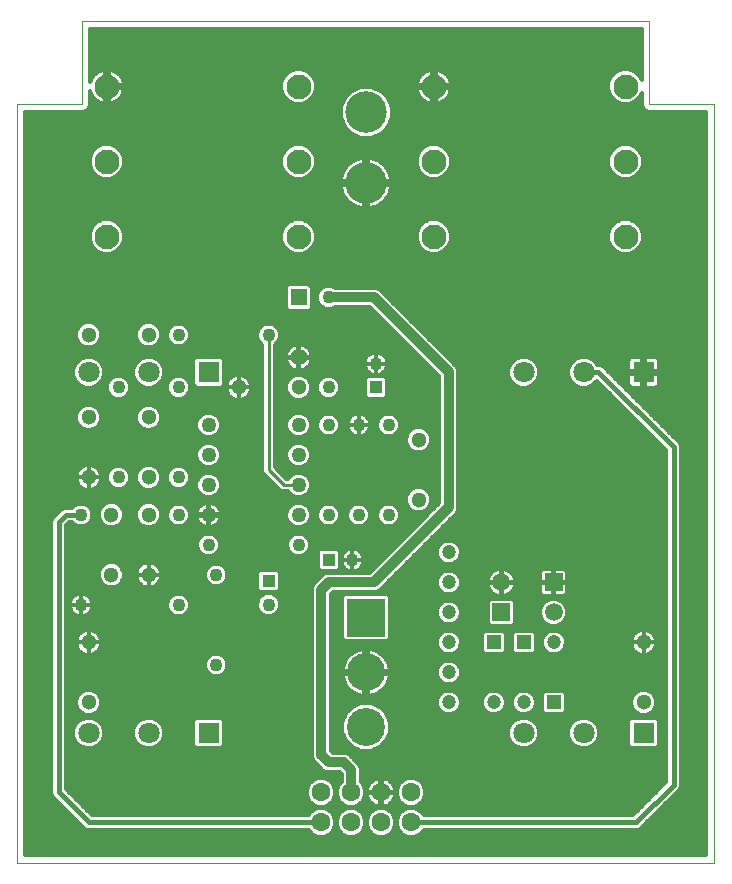
<source format=gtl>
G75*
%MOIN*%
%OFA0B0*%
%FSLAX25Y25*%
%IPPOS*%
%LPD*%
%AMOC8*
5,1,8,0,0,1.08239X$1,22.5*
%
%ADD10R,0.07087X0.07087*%
%ADD11C,0.07087*%
%ADD12C,0.05118*%
%ADD13R,0.04331X0.04331*%
%ADD14C,0.04331*%
%ADD15C,0.08268*%
%ADD16C,0.13843*%
%ADD17C,0.06299*%
%ADD18C,0.00000*%
%ADD19C,0.05512*%
%ADD20R,0.05512X0.05512*%
%ADD21C,0.05000*%
%ADD22C,0.04724*%
%ADD23R,0.04724X0.04724*%
%ADD24C,0.05906*%
%ADD25R,0.05906X0.05906*%
%ADD26R,0.12661X0.12661*%
%ADD27C,0.12661*%
%ADD28C,0.03200*%
%ADD29C,0.01200*%
%ADD30C,0.03346*%
%ADD31C,0.01600*%
%ADD32C,0.01000*%
D10*
X0068750Y0048913D03*
X0068750Y0169163D03*
X0213750Y0169163D03*
X0213750Y0048913D03*
D11*
X0193750Y0048913D03*
X0173750Y0048913D03*
X0173750Y0169163D03*
X0193750Y0169163D03*
X0048750Y0169163D03*
X0028750Y0169163D03*
X0028750Y0048913D03*
X0048750Y0048913D03*
D12*
X0028750Y0059100D03*
X0028750Y0079100D03*
X0036250Y0101600D03*
X0048750Y0101600D03*
X0048750Y0121600D03*
X0048750Y0134100D03*
X0036250Y0121600D03*
X0028750Y0134100D03*
X0028750Y0154100D03*
X0048750Y0154100D03*
X0048750Y0181600D03*
X0028750Y0181600D03*
X0078750Y0164100D03*
X0098750Y0164100D03*
X0138750Y0146600D03*
X0138750Y0126600D03*
X0213750Y0079100D03*
X0213750Y0059100D03*
D13*
X0124495Y0164170D03*
X0108820Y0106605D03*
X0088755Y0099530D03*
D14*
X0088752Y0091670D03*
X0071250Y0101600D03*
X0068750Y0111600D03*
X0058750Y0121600D03*
X0058750Y0134100D03*
X0038750Y0134100D03*
X0026250Y0121600D03*
X0026250Y0091600D03*
X0058750Y0091600D03*
X0071250Y0071600D03*
X0098750Y0111600D03*
X0108750Y0121600D03*
X0118750Y0121600D03*
X0128750Y0121600D03*
X0116680Y0106602D03*
X0118750Y0151600D03*
X0108750Y0151600D03*
X0108750Y0164100D03*
X0124498Y0172030D03*
X0128750Y0151600D03*
X0108750Y0194100D03*
X0088750Y0181600D03*
X0058750Y0181600D03*
X0058750Y0164100D03*
X0038750Y0164100D03*
D15*
X0034801Y0214350D03*
X0034801Y0239350D03*
X0034801Y0264350D03*
X0098699Y0264350D03*
X0098699Y0239350D03*
X0098699Y0214350D03*
X0143801Y0214350D03*
X0143801Y0239350D03*
X0143801Y0264350D03*
X0207699Y0264350D03*
X0207699Y0239350D03*
X0207699Y0214350D03*
D16*
X0121250Y0232188D03*
X0121250Y0255810D03*
D17*
X0116250Y0029100D03*
X0116250Y0019100D03*
X0106250Y0019100D03*
X0106250Y0029100D03*
X0126250Y0029100D03*
X0126250Y0019100D03*
X0136250Y0019100D03*
X0136250Y0029100D03*
D18*
X0237283Y0005600D02*
X0005000Y0005600D01*
X0005000Y0258631D01*
X0026654Y0258631D01*
X0026654Y0286191D01*
X0215630Y0286191D01*
X0215630Y0258631D01*
X0237283Y0258631D01*
X0237283Y0005600D01*
D19*
X0098750Y0174100D03*
D20*
X0098750Y0194100D03*
D21*
X0098750Y0151600D03*
X0098750Y0141600D03*
X0098750Y0131600D03*
X0098750Y0121600D03*
X0068750Y0121600D03*
X0068750Y0131600D03*
X0068750Y0141600D03*
X0068750Y0151600D03*
D22*
X0148750Y0109100D03*
X0148750Y0099100D03*
X0148750Y0089100D03*
X0148750Y0079100D03*
X0148750Y0069100D03*
X0148750Y0059100D03*
X0163750Y0059100D03*
X0173750Y0059100D03*
X0183750Y0079100D03*
D23*
X0173750Y0079100D03*
X0163750Y0079100D03*
X0183750Y0059100D03*
D24*
X0183750Y0089100D03*
X0166250Y0099100D03*
D25*
X0166250Y0089100D03*
X0183750Y0099100D03*
D26*
X0121250Y0087350D03*
D27*
X0121250Y0069100D03*
X0121250Y0050950D03*
D28*
X0113750Y0039100D02*
X0108750Y0039100D01*
X0106250Y0041600D01*
X0106250Y0096600D01*
X0108750Y0099100D01*
X0123750Y0099100D01*
X0148750Y0124100D01*
X0148750Y0169100D01*
X0123750Y0194100D01*
X0108750Y0194100D01*
X0113750Y0039100D02*
X0116250Y0036600D01*
X0116250Y0029100D01*
D29*
X0119334Y0025467D02*
X0123170Y0025467D01*
X0123156Y0025477D02*
X0123761Y0025038D01*
X0124427Y0024698D01*
X0125138Y0024467D01*
X0125876Y0024350D01*
X0125964Y0024350D01*
X0125964Y0028814D01*
X0126536Y0028814D01*
X0126536Y0029386D01*
X0131000Y0029386D01*
X0131000Y0029474D01*
X0130883Y0030212D01*
X0130652Y0030923D01*
X0130312Y0031589D01*
X0129873Y0032194D01*
X0129344Y0032723D01*
X0128739Y0033162D01*
X0128073Y0033502D01*
X0127362Y0033733D01*
X0126624Y0033850D01*
X0126536Y0033850D01*
X0126536Y0029386D01*
X0125964Y0029386D01*
X0125964Y0033850D01*
X0125876Y0033850D01*
X0125138Y0033733D01*
X0124427Y0033502D01*
X0123761Y0033162D01*
X0123156Y0032723D01*
X0122627Y0032194D01*
X0122188Y0031589D01*
X0121848Y0030923D01*
X0121617Y0030212D01*
X0121500Y0029474D01*
X0121500Y0029386D01*
X0125964Y0029386D01*
X0125964Y0028814D01*
X0121500Y0028814D01*
X0121500Y0028726D01*
X0121617Y0027988D01*
X0121848Y0027277D01*
X0122188Y0026611D01*
X0122627Y0026006D01*
X0123156Y0025477D01*
X0122160Y0026666D02*
X0120383Y0026666D01*
X0120277Y0026410D02*
X0121000Y0028155D01*
X0121000Y0030045D01*
X0120277Y0031790D01*
X0119450Y0032617D01*
X0119450Y0037237D01*
X0118963Y0038413D01*
X0116463Y0040913D01*
X0115563Y0041813D01*
X0114387Y0042300D01*
X0110075Y0042300D01*
X0109450Y0042925D01*
X0109450Y0095275D01*
X0110075Y0095900D01*
X0124387Y0095900D01*
X0125563Y0096387D01*
X0151463Y0122287D01*
X0151950Y0123463D01*
X0151950Y0169737D01*
X0151463Y0170913D01*
X0126463Y0195913D01*
X0125563Y0196813D01*
X0124387Y0197300D01*
X0110864Y0197300D01*
X0109499Y0197865D01*
X0108001Y0197865D01*
X0106617Y0197292D01*
X0105558Y0196233D01*
X0104985Y0194849D01*
X0104985Y0193351D01*
X0105558Y0191967D01*
X0106617Y0190908D01*
X0108001Y0190335D01*
X0109499Y0190335D01*
X0110864Y0190900D01*
X0122425Y0190900D01*
X0145550Y0167775D01*
X0145550Y0125425D01*
X0122425Y0102300D01*
X0108113Y0102300D01*
X0106937Y0101813D01*
X0106037Y0100913D01*
X0103537Y0098413D01*
X0103050Y0097237D01*
X0103050Y0040963D01*
X0103537Y0039787D01*
X0104437Y0038887D01*
X0106937Y0036387D01*
X0108113Y0035900D01*
X0112425Y0035900D01*
X0113050Y0035275D01*
X0113050Y0032617D01*
X0112223Y0031790D01*
X0111500Y0030045D01*
X0111500Y0028155D01*
X0112223Y0026410D01*
X0113560Y0025073D01*
X0115305Y0024350D01*
X0117195Y0024350D01*
X0118940Y0025073D01*
X0120277Y0026410D01*
X0120879Y0027864D02*
X0121657Y0027864D01*
X0121000Y0029063D02*
X0125964Y0029063D01*
X0126536Y0029063D02*
X0131500Y0029063D01*
X0131000Y0028814D02*
X0126536Y0028814D01*
X0126536Y0024350D01*
X0126624Y0024350D01*
X0127362Y0024467D01*
X0128073Y0024698D01*
X0128739Y0025038D01*
X0129344Y0025477D01*
X0129873Y0026006D01*
X0130312Y0026611D01*
X0130652Y0027277D01*
X0130883Y0027988D01*
X0131000Y0028726D01*
X0131000Y0028814D01*
X0131500Y0028155D02*
X0132223Y0026410D01*
X0133560Y0025073D01*
X0135305Y0024350D01*
X0137195Y0024350D01*
X0138940Y0025073D01*
X0140277Y0026410D01*
X0141000Y0028155D01*
X0141000Y0030045D01*
X0140277Y0031790D01*
X0138940Y0033127D01*
X0137195Y0033850D01*
X0135305Y0033850D01*
X0133560Y0033127D01*
X0132223Y0031790D01*
X0131500Y0030045D01*
X0131500Y0028155D01*
X0131621Y0027864D02*
X0130843Y0027864D01*
X0130340Y0026666D02*
X0132117Y0026666D01*
X0133166Y0025467D02*
X0129330Y0025467D01*
X0128940Y0023127D02*
X0127195Y0023850D01*
X0125305Y0023850D01*
X0123560Y0023127D01*
X0122223Y0021790D01*
X0121500Y0020045D01*
X0121500Y0018155D01*
X0122223Y0016410D01*
X0123560Y0015073D01*
X0125305Y0014350D01*
X0127195Y0014350D01*
X0128940Y0015073D01*
X0130277Y0016410D01*
X0131000Y0018155D01*
X0131000Y0020045D01*
X0130277Y0021790D01*
X0128940Y0023127D01*
X0128997Y0023070D02*
X0133503Y0023070D01*
X0133560Y0023127D02*
X0132223Y0021790D01*
X0131500Y0020045D01*
X0131500Y0018155D01*
X0132223Y0016410D01*
X0133560Y0015073D01*
X0135305Y0014350D01*
X0137195Y0014350D01*
X0138940Y0015073D01*
X0140277Y0016410D01*
X0140397Y0016700D01*
X0211727Y0016700D01*
X0212609Y0017065D01*
X0213285Y0017741D01*
X0225785Y0030241D01*
X0226150Y0031123D01*
X0226150Y0144577D01*
X0225785Y0145459D01*
X0225109Y0146135D01*
X0200046Y0171198D01*
X0199164Y0171563D01*
X0198323Y0171563D01*
X0198110Y0172076D01*
X0196663Y0173523D01*
X0194773Y0174306D01*
X0192727Y0174306D01*
X0190837Y0173523D01*
X0189390Y0172076D01*
X0188607Y0170186D01*
X0188607Y0168140D01*
X0189390Y0166250D01*
X0190837Y0164803D01*
X0192727Y0164020D01*
X0194773Y0164020D01*
X0196663Y0164803D01*
X0198110Y0166250D01*
X0198138Y0166317D01*
X0221350Y0143106D01*
X0221350Y0032594D01*
X0210256Y0021500D01*
X0140397Y0021500D01*
X0140277Y0021790D01*
X0138940Y0023127D01*
X0137195Y0023850D01*
X0135305Y0023850D01*
X0133560Y0023127D01*
X0132305Y0021872D02*
X0130195Y0021872D01*
X0130739Y0020673D02*
X0131761Y0020673D01*
X0131500Y0019475D02*
X0131000Y0019475D01*
X0131000Y0018276D02*
X0131500Y0018276D01*
X0131947Y0017078D02*
X0130553Y0017078D01*
X0129746Y0015879D02*
X0132754Y0015879D01*
X0134508Y0014681D02*
X0127992Y0014681D01*
X0124508Y0014681D02*
X0117992Y0014681D01*
X0117195Y0014350D02*
X0118940Y0015073D01*
X0120277Y0016410D01*
X0121000Y0018155D01*
X0121000Y0020045D01*
X0120277Y0021790D01*
X0118940Y0023127D01*
X0117195Y0023850D01*
X0115305Y0023850D01*
X0113560Y0023127D01*
X0112223Y0021790D01*
X0111500Y0020045D01*
X0111500Y0018155D01*
X0112223Y0016410D01*
X0113560Y0015073D01*
X0115305Y0014350D01*
X0117195Y0014350D01*
X0114508Y0014681D02*
X0107992Y0014681D01*
X0107195Y0014350D02*
X0105305Y0014350D01*
X0103560Y0015073D01*
X0102223Y0016410D01*
X0102103Y0016700D01*
X0028273Y0016700D01*
X0027391Y0017065D01*
X0026715Y0017741D01*
X0016715Y0027741D01*
X0016350Y0028623D01*
X0016350Y0119577D01*
X0016715Y0120459D01*
X0017391Y0121135D01*
X0019215Y0122959D01*
X0019891Y0123635D01*
X0020773Y0124000D01*
X0023325Y0124000D01*
X0024117Y0124792D01*
X0025501Y0125365D01*
X0026999Y0125365D01*
X0028383Y0124792D01*
X0029442Y0123733D01*
X0030015Y0122349D01*
X0030015Y0120851D01*
X0029442Y0119467D01*
X0028383Y0118408D01*
X0026999Y0117835D01*
X0025501Y0117835D01*
X0024117Y0118408D01*
X0023325Y0119200D01*
X0022244Y0119200D01*
X0021150Y0118106D01*
X0021150Y0030094D01*
X0029744Y0021500D01*
X0102103Y0021500D01*
X0102223Y0021790D01*
X0103560Y0023127D01*
X0105305Y0023850D01*
X0107195Y0023850D01*
X0108940Y0023127D01*
X0110277Y0021790D01*
X0111000Y0020045D01*
X0111000Y0018155D01*
X0110277Y0016410D01*
X0108940Y0015073D01*
X0107195Y0014350D01*
X0104508Y0014681D02*
X0007600Y0014681D01*
X0007600Y0015879D02*
X0102754Y0015879D01*
X0102305Y0021872D02*
X0029372Y0021872D01*
X0028174Y0023070D02*
X0103503Y0023070D01*
X0103560Y0025073D02*
X0105305Y0024350D01*
X0107195Y0024350D01*
X0108940Y0025073D01*
X0110277Y0026410D01*
X0111000Y0028155D01*
X0111000Y0030045D01*
X0110277Y0031790D01*
X0108940Y0033127D01*
X0107195Y0033850D01*
X0105305Y0033850D01*
X0103560Y0033127D01*
X0102223Y0031790D01*
X0101500Y0030045D01*
X0101500Y0028155D01*
X0102223Y0026410D01*
X0103560Y0025073D01*
X0103166Y0025467D02*
X0025777Y0025467D01*
X0026975Y0024269D02*
X0213025Y0024269D01*
X0214223Y0025467D02*
X0139334Y0025467D01*
X0140383Y0026666D02*
X0215422Y0026666D01*
X0216620Y0027864D02*
X0140879Y0027864D01*
X0141000Y0029063D02*
X0217819Y0029063D01*
X0219017Y0030261D02*
X0140910Y0030261D01*
X0140413Y0031460D02*
X0220216Y0031460D01*
X0221350Y0032658D02*
X0139409Y0032658D01*
X0133091Y0032658D02*
X0129409Y0032658D01*
X0130378Y0031460D02*
X0132087Y0031460D01*
X0131590Y0030261D02*
X0130867Y0030261D01*
X0126536Y0030261D02*
X0125964Y0030261D01*
X0125964Y0031460D02*
X0126536Y0031460D01*
X0126536Y0032658D02*
X0125964Y0032658D01*
X0123091Y0032658D02*
X0119450Y0032658D01*
X0119450Y0033857D02*
X0221350Y0033857D01*
X0221350Y0035055D02*
X0119450Y0035055D01*
X0119450Y0036254D02*
X0221350Y0036254D01*
X0221350Y0037452D02*
X0119361Y0037452D01*
X0118725Y0038651D02*
X0221350Y0038651D01*
X0221350Y0039849D02*
X0117526Y0039849D01*
X0116328Y0041048D02*
X0221350Y0041048D01*
X0221350Y0042246D02*
X0114516Y0042246D01*
X0116758Y0044227D02*
X0114527Y0046458D01*
X0113319Y0049372D01*
X0113319Y0052528D01*
X0114527Y0055442D01*
X0116758Y0057673D01*
X0119672Y0058881D01*
X0122828Y0058881D01*
X0125742Y0057673D01*
X0127973Y0055442D01*
X0129181Y0052528D01*
X0129181Y0049372D01*
X0127973Y0046458D01*
X0125742Y0044227D01*
X0122828Y0043019D01*
X0119672Y0043019D01*
X0116758Y0044227D01*
X0116341Y0044643D02*
X0109450Y0044643D01*
X0109450Y0043445D02*
X0118645Y0043445D01*
X0115142Y0045842D02*
X0109450Y0045842D01*
X0109450Y0047040D02*
X0114285Y0047040D01*
X0113789Y0048239D02*
X0109450Y0048239D01*
X0109450Y0049437D02*
X0113319Y0049437D01*
X0113319Y0050636D02*
X0109450Y0050636D01*
X0109450Y0051834D02*
X0113319Y0051834D01*
X0113529Y0053033D02*
X0109450Y0053033D01*
X0109450Y0054232D02*
X0114025Y0054232D01*
X0114522Y0055430D02*
X0109450Y0055430D01*
X0109450Y0056629D02*
X0115713Y0056629D01*
X0117129Y0057827D02*
X0109450Y0057827D01*
X0109450Y0059026D02*
X0144788Y0059026D01*
X0144788Y0058312D02*
X0144788Y0059888D01*
X0145391Y0061344D01*
X0146506Y0062459D01*
X0147962Y0063062D01*
X0149538Y0063062D01*
X0150994Y0062459D01*
X0152109Y0061344D01*
X0152712Y0059888D01*
X0152712Y0058312D01*
X0152109Y0056856D01*
X0150994Y0055741D01*
X0149538Y0055138D01*
X0147962Y0055138D01*
X0146506Y0055741D01*
X0145391Y0056856D01*
X0144788Y0058312D01*
X0144989Y0057827D02*
X0125371Y0057827D01*
X0126787Y0056629D02*
X0145618Y0056629D01*
X0147256Y0055430D02*
X0127978Y0055430D01*
X0128475Y0054232D02*
X0221350Y0054232D01*
X0221350Y0055430D02*
X0215758Y0055430D01*
X0216106Y0055574D02*
X0217276Y0056744D01*
X0217909Y0058273D01*
X0217909Y0059927D01*
X0217276Y0061456D01*
X0216106Y0062626D01*
X0214577Y0063259D01*
X0212923Y0063259D01*
X0211394Y0062626D01*
X0210224Y0061456D01*
X0209591Y0059927D01*
X0209591Y0058273D01*
X0210224Y0056744D01*
X0211394Y0055574D01*
X0212923Y0054941D01*
X0214577Y0054941D01*
X0216106Y0055574D01*
X0217160Y0056629D02*
X0221350Y0056629D01*
X0221350Y0057827D02*
X0217724Y0057827D01*
X0217909Y0059026D02*
X0221350Y0059026D01*
X0221350Y0060224D02*
X0217786Y0060224D01*
X0217290Y0061423D02*
X0221350Y0061423D01*
X0221350Y0062621D02*
X0216111Y0062621D01*
X0211389Y0062621D02*
X0187216Y0062621D01*
X0186775Y0063062D02*
X0187712Y0062125D01*
X0187712Y0056075D01*
X0186775Y0055138D01*
X0180725Y0055138D01*
X0179788Y0056075D01*
X0179788Y0062125D01*
X0180725Y0063062D01*
X0186775Y0063062D01*
X0187712Y0061423D02*
X0210210Y0061423D01*
X0209714Y0060224D02*
X0187712Y0060224D01*
X0187712Y0059026D02*
X0209591Y0059026D01*
X0209776Y0057827D02*
X0187712Y0057827D01*
X0187712Y0056629D02*
X0210340Y0056629D01*
X0211742Y0055430D02*
X0187067Y0055430D01*
X0189398Y0051834D02*
X0178102Y0051834D01*
X0178110Y0051826D02*
X0176663Y0053273D01*
X0174773Y0054056D01*
X0172727Y0054056D01*
X0170837Y0053273D01*
X0169390Y0051826D01*
X0168607Y0049936D01*
X0168607Y0047890D01*
X0169390Y0046000D01*
X0170837Y0044553D01*
X0172727Y0043770D01*
X0174773Y0043770D01*
X0176663Y0044553D01*
X0178110Y0046000D01*
X0178893Y0047890D01*
X0178893Y0049936D01*
X0178110Y0051826D01*
X0178603Y0050636D02*
X0188897Y0050636D01*
X0188607Y0049936D02*
X0188607Y0047890D01*
X0189390Y0046000D01*
X0190837Y0044553D01*
X0192727Y0043770D01*
X0194773Y0043770D01*
X0196663Y0044553D01*
X0198110Y0046000D01*
X0198893Y0047890D01*
X0198893Y0049936D01*
X0198110Y0051826D01*
X0196663Y0053273D01*
X0194773Y0054056D01*
X0192727Y0054056D01*
X0190837Y0053273D01*
X0189390Y0051826D01*
X0188607Y0049936D01*
X0188607Y0049437D02*
X0178893Y0049437D01*
X0178893Y0048239D02*
X0188607Y0048239D01*
X0188959Y0047040D02*
X0178541Y0047040D01*
X0177953Y0045842D02*
X0189547Y0045842D01*
X0190746Y0044643D02*
X0176754Y0044643D01*
X0170746Y0044643D02*
X0126159Y0044643D01*
X0127358Y0045842D02*
X0169547Y0045842D01*
X0168959Y0047040D02*
X0128215Y0047040D01*
X0128711Y0048239D02*
X0168607Y0048239D01*
X0168607Y0049437D02*
X0129181Y0049437D01*
X0129181Y0050636D02*
X0168897Y0050636D01*
X0169398Y0051834D02*
X0129181Y0051834D01*
X0128971Y0053033D02*
X0170596Y0053033D01*
X0171506Y0055741D02*
X0170391Y0056856D01*
X0169788Y0058312D01*
X0169788Y0059888D01*
X0170391Y0061344D01*
X0171506Y0062459D01*
X0172962Y0063062D01*
X0174538Y0063062D01*
X0175994Y0062459D01*
X0177109Y0061344D01*
X0177712Y0059888D01*
X0177712Y0058312D01*
X0177109Y0056856D01*
X0175994Y0055741D01*
X0174538Y0055138D01*
X0172962Y0055138D01*
X0171506Y0055741D01*
X0172256Y0055430D02*
X0165244Y0055430D01*
X0164538Y0055138D02*
X0165994Y0055741D01*
X0167109Y0056856D01*
X0167712Y0058312D01*
X0167712Y0059888D01*
X0167109Y0061344D01*
X0165994Y0062459D01*
X0164538Y0063062D01*
X0162962Y0063062D01*
X0161506Y0062459D01*
X0160391Y0061344D01*
X0159788Y0059888D01*
X0159788Y0058312D01*
X0160391Y0056856D01*
X0161506Y0055741D01*
X0162962Y0055138D01*
X0164538Y0055138D01*
X0162256Y0055430D02*
X0150244Y0055430D01*
X0151882Y0056629D02*
X0160618Y0056629D01*
X0159989Y0057827D02*
X0152511Y0057827D01*
X0152712Y0059026D02*
X0159788Y0059026D01*
X0159927Y0060224D02*
X0152573Y0060224D01*
X0152031Y0061423D02*
X0160469Y0061423D01*
X0161897Y0062621D02*
X0150603Y0062621D01*
X0149538Y0065138D02*
X0147962Y0065138D01*
X0146506Y0065741D01*
X0145391Y0066856D01*
X0144788Y0068312D01*
X0144788Y0069888D01*
X0145391Y0071344D01*
X0146506Y0072459D01*
X0147962Y0073062D01*
X0149538Y0073062D01*
X0150994Y0072459D01*
X0152109Y0071344D01*
X0152712Y0069888D01*
X0152712Y0068312D01*
X0152109Y0066856D01*
X0150994Y0065741D01*
X0149538Y0065138D01*
X0151470Y0066217D02*
X0221350Y0066217D01*
X0221350Y0067415D02*
X0152341Y0067415D01*
X0152712Y0068614D02*
X0221350Y0068614D01*
X0221350Y0069812D02*
X0152712Y0069812D01*
X0152247Y0071011D02*
X0221350Y0071011D01*
X0221350Y0072209D02*
X0151244Y0072209D01*
X0149538Y0075138D02*
X0147962Y0075138D01*
X0146506Y0075741D01*
X0145391Y0076856D01*
X0144788Y0078312D01*
X0144788Y0079888D01*
X0145391Y0081344D01*
X0146506Y0082459D01*
X0147962Y0083062D01*
X0149538Y0083062D01*
X0150994Y0082459D01*
X0152109Y0081344D01*
X0152712Y0079888D01*
X0152712Y0078312D01*
X0152109Y0076856D01*
X0150994Y0075741D01*
X0149538Y0075138D01*
X0151058Y0075805D02*
X0160058Y0075805D01*
X0159788Y0076075D02*
X0160725Y0075138D01*
X0166775Y0075138D01*
X0167712Y0076075D01*
X0167712Y0082125D01*
X0166775Y0083062D01*
X0160725Y0083062D01*
X0159788Y0082125D01*
X0159788Y0076075D01*
X0159788Y0077003D02*
X0152170Y0077003D01*
X0152667Y0078202D02*
X0159788Y0078202D01*
X0159788Y0079400D02*
X0152712Y0079400D01*
X0152418Y0080599D02*
X0159788Y0080599D01*
X0159788Y0081797D02*
X0151656Y0081797D01*
X0149698Y0082996D02*
X0160659Y0082996D01*
X0162634Y0084547D02*
X0161697Y0085484D01*
X0161697Y0092715D01*
X0162634Y0093653D01*
X0169865Y0093653D01*
X0170803Y0092715D01*
X0170803Y0085484D01*
X0169865Y0084547D01*
X0162634Y0084547D01*
X0161789Y0085393D02*
X0150154Y0085393D01*
X0149538Y0085138D02*
X0150994Y0085741D01*
X0152109Y0086856D01*
X0152712Y0088312D01*
X0152712Y0089888D01*
X0152109Y0091344D01*
X0150994Y0092459D01*
X0149538Y0093062D01*
X0147962Y0093062D01*
X0146506Y0092459D01*
X0145391Y0091344D01*
X0144788Y0089888D01*
X0144788Y0088312D01*
X0145391Y0086856D01*
X0146506Y0085741D01*
X0147962Y0085138D01*
X0149538Y0085138D01*
X0147346Y0085393D02*
X0129181Y0085393D01*
X0129181Y0086591D02*
X0145655Y0086591D01*
X0145004Y0087790D02*
X0129181Y0087790D01*
X0129181Y0088988D02*
X0144788Y0088988D01*
X0144912Y0090187D02*
X0129181Y0090187D01*
X0129181Y0091385D02*
X0145432Y0091385D01*
X0146807Y0092584D02*
X0129181Y0092584D01*
X0129181Y0093782D02*
X0221350Y0093782D01*
X0221350Y0092584D02*
X0186705Y0092584D01*
X0186329Y0092960D02*
X0184656Y0093653D01*
X0182844Y0093653D01*
X0181171Y0092960D01*
X0179890Y0091679D01*
X0179197Y0090006D01*
X0179197Y0088194D01*
X0179890Y0086521D01*
X0181171Y0085240D01*
X0182844Y0084547D01*
X0184656Y0084547D01*
X0186329Y0085240D01*
X0187610Y0086521D01*
X0188303Y0088194D01*
X0188303Y0090006D01*
X0187610Y0091679D01*
X0186329Y0092960D01*
X0186913Y0094547D02*
X0183937Y0094547D01*
X0183937Y0098913D01*
X0183563Y0098913D01*
X0183563Y0094547D01*
X0180587Y0094547D01*
X0180180Y0094656D01*
X0179815Y0094867D01*
X0179517Y0095165D01*
X0179306Y0095530D01*
X0179197Y0095937D01*
X0179197Y0098913D01*
X0183563Y0098913D01*
X0183563Y0099287D01*
X0179197Y0099287D01*
X0179197Y0102263D01*
X0179306Y0102670D01*
X0179517Y0103035D01*
X0179815Y0103333D01*
X0180180Y0103544D01*
X0180587Y0103653D01*
X0183563Y0103653D01*
X0183563Y0099287D01*
X0183937Y0099287D01*
X0183937Y0103653D01*
X0186913Y0103653D01*
X0187320Y0103544D01*
X0187685Y0103333D01*
X0187983Y0103035D01*
X0188194Y0102670D01*
X0188303Y0102263D01*
X0188303Y0099287D01*
X0183937Y0099287D01*
X0183937Y0098913D01*
X0188303Y0098913D01*
X0188303Y0095937D01*
X0188194Y0095530D01*
X0187983Y0095165D01*
X0187685Y0094867D01*
X0187320Y0094656D01*
X0186913Y0094547D01*
X0187799Y0094981D02*
X0221350Y0094981D01*
X0221350Y0096179D02*
X0188303Y0096179D01*
X0188303Y0097378D02*
X0221350Y0097378D01*
X0221350Y0098576D02*
X0188303Y0098576D01*
X0188303Y0099775D02*
X0221350Y0099775D01*
X0221350Y0100973D02*
X0188303Y0100973D01*
X0188303Y0102172D02*
X0221350Y0102172D01*
X0221350Y0103370D02*
X0187620Y0103370D01*
X0183937Y0103370D02*
X0183563Y0103370D01*
X0183563Y0102172D02*
X0183937Y0102172D01*
X0183937Y0100973D02*
X0183563Y0100973D01*
X0183563Y0099775D02*
X0183937Y0099775D01*
X0183937Y0098576D02*
X0183563Y0098576D01*
X0183563Y0097378D02*
X0183937Y0097378D01*
X0183937Y0096179D02*
X0183563Y0096179D01*
X0183563Y0094981D02*
X0183937Y0094981D01*
X0180795Y0092584D02*
X0170803Y0092584D01*
X0170803Y0091385D02*
X0179769Y0091385D01*
X0179272Y0090187D02*
X0170803Y0090187D01*
X0170803Y0088988D02*
X0179197Y0088988D01*
X0179365Y0087790D02*
X0170803Y0087790D01*
X0170803Y0086591D02*
X0179861Y0086591D01*
X0181019Y0085393D02*
X0170711Y0085393D01*
X0170725Y0083062D02*
X0169788Y0082125D01*
X0169788Y0076075D01*
X0170725Y0075138D01*
X0176775Y0075138D01*
X0177712Y0076075D01*
X0177712Y0082125D01*
X0176775Y0083062D01*
X0170725Y0083062D01*
X0170659Y0082996D02*
X0166841Y0082996D01*
X0167712Y0081797D02*
X0169788Y0081797D01*
X0169788Y0080599D02*
X0167712Y0080599D01*
X0167712Y0079400D02*
X0169788Y0079400D01*
X0169788Y0078202D02*
X0167712Y0078202D01*
X0167712Y0077003D02*
X0169788Y0077003D01*
X0170058Y0075805D02*
X0167442Y0075805D01*
X0177442Y0075805D02*
X0181442Y0075805D01*
X0181506Y0075741D02*
X0182962Y0075138D01*
X0184538Y0075138D01*
X0185994Y0075741D01*
X0187109Y0076856D01*
X0187712Y0078312D01*
X0187712Y0079888D01*
X0187109Y0081344D01*
X0185994Y0082459D01*
X0184538Y0083062D01*
X0182962Y0083062D01*
X0181506Y0082459D01*
X0180391Y0081344D01*
X0179788Y0079888D01*
X0179788Y0078312D01*
X0180391Y0076856D01*
X0181506Y0075741D01*
X0180330Y0077003D02*
X0177712Y0077003D01*
X0177712Y0078202D02*
X0179833Y0078202D01*
X0179788Y0079400D02*
X0177712Y0079400D01*
X0177712Y0080599D02*
X0180082Y0080599D01*
X0180844Y0081797D02*
X0177712Y0081797D01*
X0176841Y0082996D02*
X0182802Y0082996D01*
X0184698Y0082996D02*
X0212281Y0082996D01*
X0212153Y0082954D02*
X0211570Y0082657D01*
X0211041Y0082272D01*
X0210578Y0081809D01*
X0210193Y0081280D01*
X0209896Y0080697D01*
X0209693Y0080074D01*
X0209591Y0079427D01*
X0209591Y0079100D01*
X0213750Y0079100D01*
X0213750Y0079100D01*
X0213750Y0083259D01*
X0214077Y0083259D01*
X0214724Y0083157D01*
X0215347Y0082954D01*
X0215930Y0082657D01*
X0216459Y0082272D01*
X0216922Y0081809D01*
X0217307Y0081280D01*
X0217604Y0080697D01*
X0217807Y0080074D01*
X0217909Y0079427D01*
X0217909Y0079100D01*
X0213750Y0079100D01*
X0213750Y0079100D01*
X0213750Y0079100D01*
X0213750Y0083259D01*
X0213423Y0083259D01*
X0212776Y0083157D01*
X0212153Y0082954D01*
X0213750Y0082996D02*
X0213750Y0082996D01*
X0213750Y0081797D02*
X0213750Y0081797D01*
X0213750Y0080599D02*
X0213750Y0080599D01*
X0213750Y0079400D02*
X0213750Y0079400D01*
X0213750Y0079100D02*
X0209591Y0079100D01*
X0209591Y0078773D01*
X0209693Y0078126D01*
X0209896Y0077503D01*
X0210193Y0076920D01*
X0210578Y0076391D01*
X0211041Y0075928D01*
X0211570Y0075543D01*
X0212153Y0075246D01*
X0212776Y0075043D01*
X0213423Y0074941D01*
X0213750Y0074941D01*
X0214077Y0074941D01*
X0214724Y0075043D01*
X0215347Y0075246D01*
X0215930Y0075543D01*
X0216459Y0075928D01*
X0216922Y0076391D01*
X0217307Y0076920D01*
X0217604Y0077503D01*
X0217807Y0078126D01*
X0217909Y0078773D01*
X0217909Y0079100D01*
X0213750Y0079100D01*
X0213750Y0074941D01*
X0213750Y0079100D01*
X0213750Y0079100D01*
X0213750Y0078202D02*
X0213750Y0078202D01*
X0213750Y0077003D02*
X0213750Y0077003D01*
X0213750Y0075805D02*
X0213750Y0075805D01*
X0216290Y0075805D02*
X0221350Y0075805D01*
X0221350Y0077003D02*
X0217349Y0077003D01*
X0217819Y0078202D02*
X0221350Y0078202D01*
X0221350Y0079400D02*
X0217909Y0079400D01*
X0217636Y0080599D02*
X0221350Y0080599D01*
X0221350Y0081797D02*
X0216931Y0081797D01*
X0215219Y0082996D02*
X0221350Y0082996D01*
X0221350Y0084194D02*
X0129181Y0084194D01*
X0129181Y0082996D02*
X0147802Y0082996D01*
X0145844Y0081797D02*
X0129181Y0081797D01*
X0129181Y0080599D02*
X0145082Y0080599D01*
X0144788Y0079400D02*
X0109450Y0079400D01*
X0109450Y0078202D02*
X0144833Y0078202D01*
X0145330Y0077003D02*
X0121978Y0077003D01*
X0121850Y0077003D02*
X0120650Y0077003D01*
X0120650Y0077020D02*
X0119699Y0076895D01*
X0118695Y0076626D01*
X0117735Y0076228D01*
X0116834Y0075708D01*
X0116010Y0075075D01*
X0115275Y0074340D01*
X0114642Y0073516D01*
X0114122Y0072615D01*
X0113724Y0071655D01*
X0113455Y0070651D01*
X0113330Y0069700D01*
X0120650Y0069700D01*
X0120650Y0077020D01*
X0120522Y0077003D02*
X0109450Y0077003D01*
X0109450Y0075805D02*
X0117002Y0075805D01*
X0115541Y0074606D02*
X0109450Y0074606D01*
X0109450Y0073408D02*
X0114579Y0073408D01*
X0113954Y0072209D02*
X0109450Y0072209D01*
X0109450Y0071011D02*
X0113551Y0071011D01*
X0113345Y0069812D02*
X0109450Y0069812D01*
X0109450Y0068614D02*
X0120650Y0068614D01*
X0120650Y0068500D02*
X0113330Y0068500D01*
X0113455Y0067549D01*
X0113724Y0066545D01*
X0114122Y0065585D01*
X0114642Y0064684D01*
X0115275Y0063860D01*
X0116010Y0063125D01*
X0116834Y0062492D01*
X0117735Y0061972D01*
X0118695Y0061574D01*
X0119699Y0061305D01*
X0120650Y0061180D01*
X0120650Y0068500D01*
X0121850Y0068500D01*
X0121850Y0069700D01*
X0129170Y0069700D01*
X0129045Y0070651D01*
X0128776Y0071655D01*
X0128378Y0072615D01*
X0127858Y0073516D01*
X0127225Y0074340D01*
X0126490Y0075075D01*
X0125666Y0075708D01*
X0124765Y0076228D01*
X0123805Y0076626D01*
X0122801Y0076895D01*
X0121850Y0077020D01*
X0121850Y0069700D01*
X0120650Y0069700D01*
X0120650Y0068500D01*
X0120650Y0067415D02*
X0121850Y0067415D01*
X0121850Y0068500D02*
X0121850Y0061180D01*
X0122801Y0061305D01*
X0123805Y0061574D01*
X0124765Y0061972D01*
X0125666Y0062492D01*
X0126490Y0063125D01*
X0127225Y0063860D01*
X0127858Y0064684D01*
X0128378Y0065585D01*
X0128776Y0066545D01*
X0129045Y0067549D01*
X0129170Y0068500D01*
X0121850Y0068500D01*
X0121850Y0068614D02*
X0144788Y0068614D01*
X0144788Y0069812D02*
X0129155Y0069812D01*
X0128949Y0071011D02*
X0145253Y0071011D01*
X0146256Y0072209D02*
X0128546Y0072209D01*
X0127921Y0073408D02*
X0221350Y0073408D01*
X0221350Y0074606D02*
X0126959Y0074606D01*
X0125498Y0075805D02*
X0146442Y0075805D01*
X0145159Y0067415D02*
X0129009Y0067415D01*
X0128640Y0066217D02*
X0146030Y0066217D01*
X0146897Y0062621D02*
X0125834Y0062621D01*
X0127185Y0063820D02*
X0221350Y0063820D01*
X0221350Y0065018D02*
X0128051Y0065018D01*
X0123239Y0061423D02*
X0145469Y0061423D01*
X0144927Y0060224D02*
X0109450Y0060224D01*
X0109450Y0061423D02*
X0119261Y0061423D01*
X0120650Y0061423D02*
X0121850Y0061423D01*
X0121850Y0062621D02*
X0120650Y0062621D01*
X0120650Y0063820D02*
X0121850Y0063820D01*
X0121850Y0065018D02*
X0120650Y0065018D01*
X0120650Y0066217D02*
X0121850Y0066217D01*
X0121850Y0069812D02*
X0120650Y0069812D01*
X0120650Y0071011D02*
X0121850Y0071011D01*
X0121850Y0072209D02*
X0120650Y0072209D01*
X0120650Y0073408D02*
X0121850Y0073408D01*
X0121850Y0074606D02*
X0120650Y0074606D01*
X0120650Y0075805D02*
X0121850Y0075805D01*
X0128243Y0079419D02*
X0114257Y0079419D01*
X0113319Y0080357D01*
X0113319Y0094343D01*
X0114257Y0095281D01*
X0128243Y0095281D01*
X0129181Y0094343D01*
X0129181Y0080357D01*
X0128243Y0079419D01*
X0128543Y0094981D02*
X0164306Y0094981D01*
X0164502Y0094881D02*
X0165184Y0094659D01*
X0165892Y0094547D01*
X0166063Y0094547D01*
X0166063Y0098913D01*
X0161697Y0098913D01*
X0161697Y0098742D01*
X0161809Y0098034D01*
X0162031Y0097352D01*
X0162356Y0096714D01*
X0162777Y0096134D01*
X0163284Y0095627D01*
X0163864Y0095206D01*
X0164502Y0094881D01*
X0166063Y0094981D02*
X0166437Y0094981D01*
X0166437Y0094547D02*
X0166608Y0094547D01*
X0167316Y0094659D01*
X0167998Y0094881D01*
X0168636Y0095206D01*
X0169216Y0095627D01*
X0169723Y0096134D01*
X0170144Y0096714D01*
X0170469Y0097352D01*
X0170691Y0098034D01*
X0170803Y0098742D01*
X0170803Y0098913D01*
X0166437Y0098913D01*
X0166437Y0094547D01*
X0166437Y0096179D02*
X0166063Y0096179D01*
X0166063Y0097378D02*
X0166437Y0097378D01*
X0166437Y0098576D02*
X0166063Y0098576D01*
X0166063Y0098913D02*
X0166437Y0098913D01*
X0166437Y0099287D01*
X0166063Y0099287D01*
X0166063Y0098913D01*
X0166063Y0099287D02*
X0161697Y0099287D01*
X0161697Y0099458D01*
X0161809Y0100166D01*
X0162031Y0100848D01*
X0162356Y0101486D01*
X0162777Y0102066D01*
X0163284Y0102573D01*
X0163864Y0102994D01*
X0164502Y0103319D01*
X0165184Y0103541D01*
X0165892Y0103653D01*
X0166063Y0103653D01*
X0166063Y0099287D01*
X0166437Y0099287D02*
X0166437Y0103653D01*
X0166608Y0103653D01*
X0167316Y0103541D01*
X0167998Y0103319D01*
X0168636Y0102994D01*
X0169216Y0102573D01*
X0169723Y0102066D01*
X0170144Y0101486D01*
X0170469Y0100848D01*
X0170691Y0100166D01*
X0170803Y0099458D01*
X0170803Y0099287D01*
X0166437Y0099287D01*
X0166437Y0099775D02*
X0166063Y0099775D01*
X0166063Y0100973D02*
X0166437Y0100973D01*
X0166437Y0102172D02*
X0166063Y0102172D01*
X0166063Y0103370D02*
X0166437Y0103370D01*
X0167840Y0103370D02*
X0179880Y0103370D01*
X0179197Y0102172D02*
X0169617Y0102172D01*
X0170405Y0100973D02*
X0179197Y0100973D01*
X0179197Y0099775D02*
X0170753Y0099775D01*
X0170777Y0098576D02*
X0179197Y0098576D01*
X0179197Y0097378D02*
X0170477Y0097378D01*
X0169756Y0096179D02*
X0179197Y0096179D01*
X0179701Y0094981D02*
X0168194Y0094981D01*
X0162744Y0096179D02*
X0151433Y0096179D01*
X0150994Y0095741D02*
X0152109Y0096856D01*
X0152712Y0098312D01*
X0152712Y0099888D01*
X0152109Y0101344D01*
X0150994Y0102459D01*
X0149538Y0103062D01*
X0147962Y0103062D01*
X0146506Y0102459D01*
X0145391Y0101344D01*
X0144788Y0099888D01*
X0144788Y0098312D01*
X0145391Y0096856D01*
X0146506Y0095741D01*
X0147962Y0095138D01*
X0149538Y0095138D01*
X0150994Y0095741D01*
X0152325Y0097378D02*
X0162022Y0097378D01*
X0161723Y0098576D02*
X0152712Y0098576D01*
X0152712Y0099775D02*
X0161747Y0099775D01*
X0162095Y0100973D02*
X0152263Y0100973D01*
X0151281Y0102172D02*
X0162883Y0102172D01*
X0164660Y0103370D02*
X0132546Y0103370D01*
X0131347Y0102172D02*
X0146219Y0102172D01*
X0145237Y0100973D02*
X0130149Y0100973D01*
X0128950Y0099775D02*
X0144788Y0099775D01*
X0144788Y0098576D02*
X0127752Y0098576D01*
X0126553Y0097378D02*
X0145175Y0097378D01*
X0146067Y0096179D02*
X0125061Y0096179D01*
X0123495Y0103370D02*
X0118620Y0103370D01*
X0118464Y0103266D02*
X0119080Y0103678D01*
X0119605Y0104202D01*
X0120017Y0104819D01*
X0120301Y0105504D01*
X0120445Y0106232D01*
X0120445Y0106602D01*
X0116680Y0106602D01*
X0116680Y0102837D01*
X0117051Y0102837D01*
X0117778Y0102982D01*
X0118464Y0103266D01*
X0116680Y0103370D02*
X0116680Y0103370D01*
X0116680Y0102837D02*
X0116680Y0106602D01*
X0116680Y0106602D01*
X0116680Y0106603D01*
X0116680Y0110368D01*
X0117051Y0110368D01*
X0117778Y0110223D01*
X0118464Y0109939D01*
X0119080Y0109527D01*
X0119605Y0109003D01*
X0120017Y0108386D01*
X0120301Y0107701D01*
X0120445Y0106973D01*
X0120445Y0106603D01*
X0116680Y0106603D01*
X0116680Y0106603D01*
X0116680Y0110368D01*
X0116309Y0110368D01*
X0115582Y0110223D01*
X0114896Y0109939D01*
X0114280Y0109527D01*
X0113755Y0109003D01*
X0113343Y0108386D01*
X0113059Y0107701D01*
X0112915Y0106973D01*
X0112915Y0106603D01*
X0116680Y0106603D01*
X0116680Y0106602D01*
X0112915Y0106602D01*
X0112915Y0106232D01*
X0113059Y0105504D01*
X0113343Y0104819D01*
X0113755Y0104202D01*
X0114280Y0103678D01*
X0114896Y0103266D01*
X0115582Y0102982D01*
X0116309Y0102837D01*
X0116680Y0102837D01*
X0116680Y0104569D02*
X0116680Y0104569D01*
X0116680Y0105768D02*
X0116680Y0105768D01*
X0116680Y0106966D02*
X0116680Y0106966D01*
X0116680Y0108165D02*
X0116680Y0108165D01*
X0116680Y0109363D02*
X0116680Y0109363D01*
X0119244Y0109363D02*
X0129488Y0109363D01*
X0130686Y0110562D02*
X0102395Y0110562D01*
X0102515Y0110851D02*
X0101942Y0109467D01*
X0100883Y0108408D01*
X0099499Y0107835D01*
X0098001Y0107835D01*
X0096617Y0108408D01*
X0095558Y0109467D01*
X0094985Y0110851D01*
X0094985Y0112349D01*
X0095558Y0113733D01*
X0096617Y0114792D01*
X0098001Y0115365D01*
X0099499Y0115365D01*
X0100883Y0114792D01*
X0101942Y0113733D01*
X0102515Y0112349D01*
X0102515Y0110851D01*
X0102515Y0111760D02*
X0131885Y0111760D01*
X0133083Y0112959D02*
X0102263Y0112959D01*
X0101518Y0114157D02*
X0134282Y0114157D01*
X0135480Y0115356D02*
X0099523Y0115356D01*
X0097977Y0115356D02*
X0069523Y0115356D01*
X0069499Y0115365D02*
X0068001Y0115365D01*
X0066617Y0114792D01*
X0065558Y0113733D01*
X0064985Y0112349D01*
X0064985Y0110851D01*
X0065558Y0109467D01*
X0066617Y0108408D01*
X0068001Y0107835D01*
X0069499Y0107835D01*
X0070883Y0108408D01*
X0071942Y0109467D01*
X0072515Y0110851D01*
X0072515Y0112349D01*
X0071942Y0113733D01*
X0070883Y0114792D01*
X0069499Y0115365D01*
X0067977Y0115356D02*
X0021150Y0115356D01*
X0021150Y0116554D02*
X0136679Y0116554D01*
X0137877Y0117753D02*
X0100175Y0117753D01*
X0099566Y0117500D02*
X0101072Y0118124D01*
X0102226Y0119278D01*
X0102850Y0120784D01*
X0102850Y0122416D01*
X0102226Y0123922D01*
X0101072Y0125076D01*
X0099566Y0125700D01*
X0097934Y0125700D01*
X0096428Y0125076D01*
X0095274Y0123922D01*
X0094650Y0122416D01*
X0094650Y0120784D01*
X0095274Y0119278D01*
X0096428Y0118124D01*
X0097934Y0117500D01*
X0099566Y0117500D01*
X0097325Y0117753D02*
X0070177Y0117753D01*
X0070324Y0117800D02*
X0070899Y0118093D01*
X0071421Y0118473D01*
X0071877Y0118929D01*
X0072257Y0119451D01*
X0072550Y0120026D01*
X0072749Y0120640D01*
X0072850Y0121277D01*
X0072850Y0121400D01*
X0068950Y0121400D01*
X0068950Y0121800D01*
X0072850Y0121800D01*
X0072850Y0121923D01*
X0072749Y0122560D01*
X0072550Y0123174D01*
X0072257Y0123749D01*
X0071877Y0124271D01*
X0071421Y0124727D01*
X0070899Y0125107D01*
X0070324Y0125400D01*
X0069710Y0125599D01*
X0069073Y0125700D01*
X0068950Y0125700D01*
X0068950Y0121800D01*
X0068550Y0121800D01*
X0068550Y0125700D01*
X0068427Y0125700D01*
X0067790Y0125599D01*
X0067176Y0125400D01*
X0066601Y0125107D01*
X0066079Y0124727D01*
X0065623Y0124271D01*
X0065243Y0123749D01*
X0064950Y0123174D01*
X0064751Y0122560D01*
X0064650Y0121923D01*
X0064650Y0121800D01*
X0068550Y0121800D01*
X0068550Y0121400D01*
X0068950Y0121400D01*
X0068950Y0117500D01*
X0069073Y0117500D01*
X0069710Y0117601D01*
X0070324Y0117800D01*
X0068950Y0117753D02*
X0068550Y0117753D01*
X0068550Y0117500D02*
X0068550Y0121400D01*
X0064650Y0121400D01*
X0064650Y0121277D01*
X0064751Y0120640D01*
X0064950Y0120026D01*
X0065243Y0119451D01*
X0065623Y0118929D01*
X0066079Y0118473D01*
X0066601Y0118093D01*
X0067176Y0117800D01*
X0067790Y0117601D01*
X0068427Y0117500D01*
X0068550Y0117500D01*
X0067323Y0117753D02*
X0050330Y0117753D01*
X0049577Y0117441D02*
X0051106Y0118074D01*
X0052276Y0119244D01*
X0052909Y0120773D01*
X0052909Y0122427D01*
X0052276Y0123956D01*
X0051106Y0125126D01*
X0049577Y0125759D01*
X0047923Y0125759D01*
X0046394Y0125126D01*
X0045224Y0123956D01*
X0044591Y0122427D01*
X0044591Y0120773D01*
X0045224Y0119244D01*
X0046394Y0118074D01*
X0047923Y0117441D01*
X0049577Y0117441D01*
X0047170Y0117753D02*
X0037830Y0117753D01*
X0037077Y0117441D02*
X0038606Y0118074D01*
X0039776Y0119244D01*
X0040409Y0120773D01*
X0040409Y0122427D01*
X0039776Y0123956D01*
X0038606Y0125126D01*
X0037077Y0125759D01*
X0035423Y0125759D01*
X0033894Y0125126D01*
X0032724Y0123956D01*
X0032091Y0122427D01*
X0032091Y0120773D01*
X0032724Y0119244D01*
X0033894Y0118074D01*
X0035423Y0117441D01*
X0037077Y0117441D01*
X0034670Y0117753D02*
X0021150Y0117753D01*
X0021995Y0118951D02*
X0023574Y0118951D01*
X0021150Y0114157D02*
X0065982Y0114157D01*
X0065237Y0112959D02*
X0021150Y0112959D01*
X0021150Y0111760D02*
X0064985Y0111760D01*
X0065105Y0110562D02*
X0021150Y0110562D01*
X0021150Y0109363D02*
X0065662Y0109363D01*
X0067205Y0108165D02*
X0021150Y0108165D01*
X0021150Y0106966D02*
X0105055Y0106966D01*
X0105055Y0105768D02*
X0021150Y0105768D01*
X0021150Y0104569D02*
X0033337Y0104569D01*
X0033894Y0105126D02*
X0032724Y0103956D01*
X0032091Y0102427D01*
X0032091Y0100773D01*
X0032724Y0099244D01*
X0033894Y0098074D01*
X0035423Y0097441D01*
X0037077Y0097441D01*
X0038606Y0098074D01*
X0039776Y0099244D01*
X0040409Y0100773D01*
X0040409Y0102427D01*
X0039776Y0103956D01*
X0038606Y0105126D01*
X0037077Y0105759D01*
X0035423Y0105759D01*
X0033894Y0105126D01*
X0032482Y0103370D02*
X0021150Y0103370D01*
X0021150Y0102172D02*
X0032091Y0102172D01*
X0032091Y0100973D02*
X0021150Y0100973D01*
X0021150Y0099775D02*
X0032504Y0099775D01*
X0033392Y0098576D02*
X0021150Y0098576D01*
X0021150Y0097378D02*
X0084990Y0097378D01*
X0084990Y0096702D02*
X0085927Y0095765D01*
X0091583Y0095765D01*
X0092520Y0096702D01*
X0092520Y0102358D01*
X0091583Y0103295D01*
X0085927Y0103295D01*
X0084990Y0102358D01*
X0084990Y0096702D01*
X0085512Y0096179D02*
X0021150Y0096179D01*
X0021150Y0094981D02*
X0024573Y0094981D01*
X0024466Y0094937D02*
X0023850Y0094525D01*
X0023325Y0094000D01*
X0022913Y0093384D01*
X0022629Y0092698D01*
X0022485Y0091971D01*
X0022485Y0091600D01*
X0022485Y0091229D01*
X0022629Y0090502D01*
X0022913Y0089816D01*
X0023325Y0089200D01*
X0023850Y0088675D01*
X0024466Y0088263D01*
X0025152Y0087979D01*
X0025879Y0087835D01*
X0026250Y0087835D01*
X0026621Y0087835D01*
X0027348Y0087979D01*
X0028034Y0088263D01*
X0028650Y0088675D01*
X0029175Y0089200D01*
X0029587Y0089816D01*
X0029871Y0090502D01*
X0030015Y0091229D01*
X0030015Y0091600D01*
X0030015Y0091971D01*
X0029871Y0092698D01*
X0029587Y0093384D01*
X0029175Y0094000D01*
X0028650Y0094525D01*
X0028034Y0094937D01*
X0027348Y0095221D01*
X0026621Y0095365D01*
X0026250Y0095365D01*
X0025879Y0095365D01*
X0025152Y0095221D01*
X0024466Y0094937D01*
X0023180Y0093782D02*
X0021150Y0093782D01*
X0021150Y0092584D02*
X0022607Y0092584D01*
X0022485Y0091600D02*
X0026250Y0091600D01*
X0026250Y0091600D01*
X0026250Y0095365D01*
X0026250Y0091600D01*
X0030015Y0091600D01*
X0026250Y0091600D01*
X0026250Y0091600D01*
X0026250Y0091600D01*
X0026250Y0087835D01*
X0026250Y0091600D01*
X0026250Y0091600D01*
X0022485Y0091600D01*
X0022485Y0091385D02*
X0021150Y0091385D01*
X0021150Y0090187D02*
X0022760Y0090187D01*
X0023537Y0088988D02*
X0021150Y0088988D01*
X0021150Y0087790D02*
X0103050Y0087790D01*
X0103050Y0088988D02*
X0091396Y0088988D01*
X0090885Y0088478D02*
X0091945Y0089537D01*
X0092518Y0090921D01*
X0092518Y0092419D01*
X0091945Y0093803D01*
X0090885Y0094862D01*
X0089501Y0095435D01*
X0088004Y0095435D01*
X0086620Y0094862D01*
X0085560Y0093803D01*
X0084987Y0092419D01*
X0084987Y0090921D01*
X0085560Y0089537D01*
X0086620Y0088478D01*
X0088004Y0087905D01*
X0089501Y0087905D01*
X0090885Y0088478D01*
X0092214Y0090187D02*
X0103050Y0090187D01*
X0103050Y0091385D02*
X0092518Y0091385D01*
X0092450Y0092584D02*
X0103050Y0092584D01*
X0103050Y0093782D02*
X0091953Y0093782D01*
X0090599Y0094981D02*
X0103050Y0094981D01*
X0103050Y0096179D02*
X0091998Y0096179D01*
X0092520Y0097378D02*
X0103109Y0097378D01*
X0103701Y0098576D02*
X0092520Y0098576D01*
X0092520Y0099775D02*
X0104899Y0099775D01*
X0106098Y0100973D02*
X0092520Y0100973D01*
X0092520Y0102172D02*
X0107804Y0102172D01*
X0105992Y0102840D02*
X0105055Y0103777D01*
X0105055Y0109433D01*
X0105992Y0110370D01*
X0111648Y0110370D01*
X0112585Y0109433D01*
X0112585Y0103777D01*
X0111648Y0102840D01*
X0105992Y0102840D01*
X0105461Y0103370D02*
X0074592Y0103370D01*
X0074442Y0103733D02*
X0075015Y0102349D01*
X0075015Y0100851D01*
X0074442Y0099467D01*
X0073383Y0098408D01*
X0071999Y0097835D01*
X0070501Y0097835D01*
X0069117Y0098408D01*
X0068058Y0099467D01*
X0067485Y0100851D01*
X0067485Y0102349D01*
X0068058Y0103733D01*
X0069117Y0104792D01*
X0070501Y0105365D01*
X0071999Y0105365D01*
X0073383Y0104792D01*
X0074442Y0103733D01*
X0073606Y0104569D02*
X0105055Y0104569D01*
X0105055Y0108165D02*
X0100295Y0108165D01*
X0101838Y0109363D02*
X0105055Y0109363D01*
X0112585Y0109363D02*
X0114116Y0109363D01*
X0113251Y0108165D02*
X0112585Y0108165D01*
X0112585Y0106966D02*
X0112915Y0106966D01*
X0113007Y0105768D02*
X0112585Y0105768D01*
X0112585Y0104569D02*
X0113510Y0104569D01*
X0114740Y0103370D02*
X0112179Y0103370D01*
X0119850Y0104569D02*
X0124694Y0104569D01*
X0125892Y0105768D02*
X0120353Y0105768D01*
X0120445Y0106966D02*
X0127091Y0106966D01*
X0128289Y0108165D02*
X0120109Y0108165D01*
X0119499Y0117835D02*
X0120883Y0118408D01*
X0121942Y0119467D01*
X0122515Y0120851D01*
X0122515Y0122349D01*
X0121942Y0123733D01*
X0120883Y0124792D01*
X0119499Y0125365D01*
X0118001Y0125365D01*
X0116617Y0124792D01*
X0115558Y0123733D01*
X0114985Y0122349D01*
X0114985Y0120851D01*
X0115558Y0119467D01*
X0116617Y0118408D01*
X0118001Y0117835D01*
X0119499Y0117835D01*
X0121426Y0118951D02*
X0126074Y0118951D01*
X0125558Y0119467D02*
X0126617Y0118408D01*
X0128001Y0117835D01*
X0129499Y0117835D01*
X0130883Y0118408D01*
X0131942Y0119467D01*
X0132515Y0120851D01*
X0132515Y0122349D01*
X0131942Y0123733D01*
X0130883Y0124792D01*
X0129499Y0125365D01*
X0128001Y0125365D01*
X0126617Y0124792D01*
X0125558Y0123733D01*
X0124985Y0122349D01*
X0124985Y0120851D01*
X0125558Y0119467D01*
X0125275Y0120150D02*
X0122225Y0120150D01*
X0122515Y0121348D02*
X0124985Y0121348D01*
X0125067Y0122547D02*
X0122433Y0122547D01*
X0121930Y0123745D02*
X0125570Y0123745D01*
X0126983Y0124944D02*
X0120517Y0124944D01*
X0116983Y0124944D02*
X0110517Y0124944D01*
X0110883Y0124792D02*
X0109499Y0125365D01*
X0108001Y0125365D01*
X0106617Y0124792D01*
X0105558Y0123733D01*
X0104985Y0122349D01*
X0104985Y0120851D01*
X0105558Y0119467D01*
X0106617Y0118408D01*
X0108001Y0117835D01*
X0109499Y0117835D01*
X0110883Y0118408D01*
X0111942Y0119467D01*
X0112515Y0120851D01*
X0112515Y0122349D01*
X0111942Y0123733D01*
X0110883Y0124792D01*
X0111930Y0123745D02*
X0115570Y0123745D01*
X0115067Y0122547D02*
X0112433Y0122547D01*
X0112515Y0121348D02*
X0114985Y0121348D01*
X0115275Y0120150D02*
X0112225Y0120150D01*
X0111426Y0118951D02*
X0116074Y0118951D01*
X0106074Y0118951D02*
X0101899Y0118951D01*
X0102587Y0120150D02*
X0105275Y0120150D01*
X0104985Y0121348D02*
X0102850Y0121348D01*
X0102796Y0122547D02*
X0105067Y0122547D01*
X0105570Y0123745D02*
X0102299Y0123745D01*
X0101205Y0124944D02*
X0106983Y0124944D01*
X0102226Y0129278D02*
X0102850Y0130784D01*
X0102850Y0132416D01*
X0102226Y0133922D01*
X0101072Y0135076D01*
X0099566Y0135700D01*
X0097934Y0135700D01*
X0096428Y0135076D01*
X0095274Y0133922D01*
X0095182Y0133700D01*
X0094620Y0133700D01*
X0090850Y0137470D01*
X0090850Y0178394D01*
X0090883Y0178408D01*
X0091942Y0179467D01*
X0092515Y0180851D01*
X0092515Y0182349D01*
X0091942Y0183733D01*
X0090883Y0184792D01*
X0089499Y0185365D01*
X0088001Y0185365D01*
X0086617Y0184792D01*
X0085558Y0183733D01*
X0084985Y0182349D01*
X0084985Y0180851D01*
X0085558Y0179467D01*
X0086617Y0178408D01*
X0086650Y0178394D01*
X0086650Y0135730D01*
X0087880Y0134500D01*
X0092880Y0129500D01*
X0095182Y0129500D01*
X0095274Y0129278D01*
X0096428Y0128124D01*
X0097934Y0127500D01*
X0099566Y0127500D01*
X0101072Y0128124D01*
X0102226Y0129278D01*
X0102416Y0129738D02*
X0136006Y0129738D01*
X0136394Y0130126D02*
X0135224Y0128956D01*
X0134591Y0127427D01*
X0134591Y0125773D01*
X0135224Y0124244D01*
X0136394Y0123074D01*
X0137923Y0122441D01*
X0139577Y0122441D01*
X0141106Y0123074D01*
X0142276Y0124244D01*
X0142909Y0125773D01*
X0142909Y0127427D01*
X0142276Y0128956D01*
X0141106Y0130126D01*
X0139577Y0130759D01*
X0137923Y0130759D01*
X0136394Y0130126D01*
X0135052Y0128539D02*
X0101487Y0128539D01*
X0102850Y0130936D02*
X0145550Y0130936D01*
X0145550Y0129738D02*
X0141494Y0129738D01*
X0142448Y0128539D02*
X0145550Y0128539D01*
X0145550Y0127341D02*
X0142909Y0127341D01*
X0142909Y0126142D02*
X0145550Y0126142D01*
X0145068Y0124944D02*
X0142566Y0124944D01*
X0141777Y0123745D02*
X0143870Y0123745D01*
X0142671Y0122547D02*
X0139833Y0122547D01*
X0141473Y0121348D02*
X0132515Y0121348D01*
X0132433Y0122547D02*
X0137667Y0122547D01*
X0135723Y0123745D02*
X0131930Y0123745D01*
X0130517Y0124944D02*
X0134934Y0124944D01*
X0134591Y0126142D02*
X0007600Y0126142D01*
X0007600Y0124944D02*
X0024483Y0124944D01*
X0028017Y0124944D02*
X0033712Y0124944D01*
X0032637Y0123745D02*
X0029430Y0123745D01*
X0029933Y0122547D02*
X0032140Y0122547D01*
X0032091Y0121348D02*
X0030015Y0121348D01*
X0029725Y0120150D02*
X0032349Y0120150D01*
X0033017Y0118951D02*
X0028926Y0118951D01*
X0020157Y0123745D02*
X0007600Y0123745D01*
X0007600Y0122547D02*
X0018803Y0122547D01*
X0017604Y0121348D02*
X0007600Y0121348D01*
X0007600Y0120150D02*
X0016587Y0120150D01*
X0016350Y0118951D02*
X0007600Y0118951D01*
X0007600Y0117753D02*
X0016350Y0117753D01*
X0016350Y0116554D02*
X0007600Y0116554D01*
X0007600Y0115356D02*
X0016350Y0115356D01*
X0016350Y0114157D02*
X0007600Y0114157D01*
X0007600Y0112959D02*
X0016350Y0112959D01*
X0016350Y0111760D02*
X0007600Y0111760D01*
X0007600Y0110562D02*
X0016350Y0110562D01*
X0016350Y0109363D02*
X0007600Y0109363D01*
X0007600Y0108165D02*
X0016350Y0108165D01*
X0016350Y0106966D02*
X0007600Y0106966D01*
X0007600Y0105768D02*
X0016350Y0105768D01*
X0016350Y0104569D02*
X0007600Y0104569D01*
X0007600Y0103370D02*
X0016350Y0103370D01*
X0016350Y0102172D02*
X0007600Y0102172D01*
X0007600Y0100973D02*
X0016350Y0100973D01*
X0016350Y0099775D02*
X0007600Y0099775D01*
X0007600Y0098576D02*
X0016350Y0098576D01*
X0016350Y0097378D02*
X0007600Y0097378D01*
X0007600Y0096179D02*
X0016350Y0096179D01*
X0016350Y0094981D02*
X0007600Y0094981D01*
X0007600Y0093782D02*
X0016350Y0093782D01*
X0016350Y0092584D02*
X0007600Y0092584D01*
X0007600Y0091385D02*
X0016350Y0091385D01*
X0016350Y0090187D02*
X0007600Y0090187D01*
X0007600Y0088988D02*
X0016350Y0088988D01*
X0016350Y0087790D02*
X0007600Y0087790D01*
X0007600Y0086591D02*
X0016350Y0086591D01*
X0016350Y0085393D02*
X0007600Y0085393D01*
X0007600Y0084194D02*
X0016350Y0084194D01*
X0016350Y0082996D02*
X0007600Y0082996D01*
X0007600Y0081797D02*
X0016350Y0081797D01*
X0016350Y0080599D02*
X0007600Y0080599D01*
X0007600Y0079400D02*
X0016350Y0079400D01*
X0016350Y0078202D02*
X0007600Y0078202D01*
X0007600Y0077003D02*
X0016350Y0077003D01*
X0016350Y0075805D02*
X0007600Y0075805D01*
X0007600Y0074606D02*
X0016350Y0074606D01*
X0016350Y0073408D02*
X0007600Y0073408D01*
X0007600Y0072209D02*
X0016350Y0072209D01*
X0016350Y0071011D02*
X0007600Y0071011D01*
X0007600Y0069812D02*
X0016350Y0069812D01*
X0016350Y0068614D02*
X0007600Y0068614D01*
X0007600Y0067415D02*
X0016350Y0067415D01*
X0016350Y0066217D02*
X0007600Y0066217D01*
X0007600Y0065018D02*
X0016350Y0065018D01*
X0016350Y0063820D02*
X0007600Y0063820D01*
X0007600Y0062621D02*
X0016350Y0062621D01*
X0016350Y0061423D02*
X0007600Y0061423D01*
X0007600Y0060224D02*
X0016350Y0060224D01*
X0016350Y0059026D02*
X0007600Y0059026D01*
X0007600Y0057827D02*
X0016350Y0057827D01*
X0016350Y0056629D02*
X0007600Y0056629D01*
X0007600Y0055430D02*
X0016350Y0055430D01*
X0016350Y0054232D02*
X0007600Y0054232D01*
X0007600Y0053033D02*
X0016350Y0053033D01*
X0016350Y0051834D02*
X0007600Y0051834D01*
X0007600Y0050636D02*
X0016350Y0050636D01*
X0016350Y0049437D02*
X0007600Y0049437D01*
X0007600Y0048239D02*
X0016350Y0048239D01*
X0016350Y0047040D02*
X0007600Y0047040D01*
X0007600Y0045842D02*
X0016350Y0045842D01*
X0016350Y0044643D02*
X0007600Y0044643D01*
X0007600Y0043445D02*
X0016350Y0043445D01*
X0016350Y0042246D02*
X0007600Y0042246D01*
X0007600Y0041048D02*
X0016350Y0041048D01*
X0016350Y0039849D02*
X0007600Y0039849D01*
X0007600Y0038651D02*
X0016350Y0038651D01*
X0016350Y0037452D02*
X0007600Y0037452D01*
X0007600Y0036254D02*
X0016350Y0036254D01*
X0016350Y0035055D02*
X0007600Y0035055D01*
X0007600Y0033857D02*
X0016350Y0033857D01*
X0016350Y0032658D02*
X0007600Y0032658D01*
X0007600Y0031460D02*
X0016350Y0031460D01*
X0016350Y0030261D02*
X0007600Y0030261D01*
X0007600Y0029063D02*
X0016350Y0029063D01*
X0016664Y0027864D02*
X0007600Y0027864D01*
X0007600Y0026666D02*
X0017790Y0026666D01*
X0018989Y0025467D02*
X0007600Y0025467D01*
X0007600Y0024269D02*
X0020187Y0024269D01*
X0021386Y0023070D02*
X0007600Y0023070D01*
X0007600Y0021872D02*
X0022584Y0021872D01*
X0023783Y0020673D02*
X0007600Y0020673D01*
X0007600Y0019475D02*
X0024981Y0019475D01*
X0026180Y0018276D02*
X0007600Y0018276D01*
X0007600Y0017078D02*
X0027378Y0017078D01*
X0024578Y0026666D02*
X0102117Y0026666D01*
X0101621Y0027864D02*
X0023380Y0027864D01*
X0022181Y0029063D02*
X0101500Y0029063D01*
X0101590Y0030261D02*
X0021150Y0030261D01*
X0021150Y0031460D02*
X0102087Y0031460D01*
X0103091Y0032658D02*
X0021150Y0032658D01*
X0021150Y0033857D02*
X0113050Y0033857D01*
X0113050Y0035055D02*
X0021150Y0035055D01*
X0021150Y0036254D02*
X0107259Y0036254D01*
X0105872Y0037452D02*
X0021150Y0037452D01*
X0021150Y0038651D02*
X0104674Y0038651D01*
X0103511Y0039849D02*
X0021150Y0039849D01*
X0021150Y0041048D02*
X0103050Y0041048D01*
X0103050Y0042246D02*
X0021150Y0042246D01*
X0021150Y0043445D02*
X0103050Y0043445D01*
X0103050Y0044643D02*
X0073830Y0044643D01*
X0073893Y0044707D02*
X0073893Y0053119D01*
X0072956Y0054056D01*
X0064544Y0054056D01*
X0063607Y0053119D01*
X0063607Y0044707D01*
X0064544Y0043770D01*
X0072956Y0043770D01*
X0073893Y0044707D01*
X0073893Y0045842D02*
X0103050Y0045842D01*
X0103050Y0047040D02*
X0073893Y0047040D01*
X0073893Y0048239D02*
X0103050Y0048239D01*
X0103050Y0049437D02*
X0073893Y0049437D01*
X0073893Y0050636D02*
X0103050Y0050636D01*
X0103050Y0051834D02*
X0073893Y0051834D01*
X0073893Y0053033D02*
X0103050Y0053033D01*
X0103050Y0054232D02*
X0021150Y0054232D01*
X0021150Y0055430D02*
X0026742Y0055430D01*
X0026394Y0055574D02*
X0027923Y0054941D01*
X0029577Y0054941D01*
X0031106Y0055574D01*
X0032276Y0056744D01*
X0032909Y0058273D01*
X0032909Y0059927D01*
X0032276Y0061456D01*
X0031106Y0062626D01*
X0029577Y0063259D01*
X0027923Y0063259D01*
X0026394Y0062626D01*
X0025224Y0061456D01*
X0024591Y0059927D01*
X0024591Y0058273D01*
X0025224Y0056744D01*
X0026394Y0055574D01*
X0025340Y0056629D02*
X0021150Y0056629D01*
X0021150Y0057827D02*
X0024776Y0057827D01*
X0024591Y0059026D02*
X0021150Y0059026D01*
X0021150Y0060224D02*
X0024714Y0060224D01*
X0025210Y0061423D02*
X0021150Y0061423D01*
X0021150Y0062621D02*
X0026389Y0062621D01*
X0031111Y0062621D02*
X0103050Y0062621D01*
X0103050Y0061423D02*
X0032290Y0061423D01*
X0032786Y0060224D02*
X0103050Y0060224D01*
X0103050Y0059026D02*
X0032909Y0059026D01*
X0032724Y0057827D02*
X0103050Y0057827D01*
X0103050Y0056629D02*
X0032160Y0056629D01*
X0030758Y0055430D02*
X0103050Y0055430D01*
X0103050Y0063820D02*
X0021150Y0063820D01*
X0021150Y0065018D02*
X0103050Y0065018D01*
X0103050Y0066217D02*
X0021150Y0066217D01*
X0021150Y0067415D02*
X0103050Y0067415D01*
X0103050Y0068614D02*
X0073589Y0068614D01*
X0073383Y0068408D02*
X0074442Y0069467D01*
X0075015Y0070851D01*
X0075015Y0072349D01*
X0074442Y0073733D01*
X0073383Y0074792D01*
X0071999Y0075365D01*
X0070501Y0075365D01*
X0069117Y0074792D01*
X0068058Y0073733D01*
X0067485Y0072349D01*
X0067485Y0070851D01*
X0068058Y0069467D01*
X0069117Y0068408D01*
X0070501Y0067835D01*
X0071999Y0067835D01*
X0073383Y0068408D01*
X0074585Y0069812D02*
X0103050Y0069812D01*
X0103050Y0071011D02*
X0075015Y0071011D01*
X0075015Y0072209D02*
X0103050Y0072209D01*
X0103050Y0073408D02*
X0074577Y0073408D01*
X0073569Y0074606D02*
X0103050Y0074606D01*
X0103050Y0075805D02*
X0031290Y0075805D01*
X0031459Y0075928D02*
X0031922Y0076391D01*
X0032307Y0076920D01*
X0032604Y0077503D01*
X0032807Y0078126D01*
X0032909Y0078773D01*
X0032909Y0079100D01*
X0032909Y0079427D01*
X0032807Y0080074D01*
X0032604Y0080697D01*
X0032307Y0081280D01*
X0031922Y0081809D01*
X0031459Y0082272D01*
X0030930Y0082657D01*
X0030347Y0082954D01*
X0029724Y0083157D01*
X0029077Y0083259D01*
X0028750Y0083259D01*
X0028750Y0079100D01*
X0028750Y0079100D01*
X0032909Y0079100D01*
X0028750Y0079100D01*
X0028750Y0079100D01*
X0028750Y0079100D01*
X0024591Y0079100D01*
X0024591Y0079427D01*
X0024693Y0080074D01*
X0024896Y0080697D01*
X0025193Y0081280D01*
X0025578Y0081809D01*
X0026041Y0082272D01*
X0026570Y0082657D01*
X0027153Y0082954D01*
X0027776Y0083157D01*
X0028423Y0083259D01*
X0028750Y0083259D01*
X0028750Y0079100D01*
X0028750Y0074941D01*
X0029077Y0074941D01*
X0029724Y0075043D01*
X0030347Y0075246D01*
X0030930Y0075543D01*
X0031459Y0075928D01*
X0032349Y0077003D02*
X0103050Y0077003D01*
X0103050Y0078202D02*
X0032819Y0078202D01*
X0032909Y0079400D02*
X0103050Y0079400D01*
X0103050Y0080599D02*
X0032636Y0080599D01*
X0031931Y0081797D02*
X0103050Y0081797D01*
X0103050Y0082996D02*
X0030219Y0082996D01*
X0028750Y0082996D02*
X0028750Y0082996D01*
X0028750Y0081797D02*
X0028750Y0081797D01*
X0028750Y0080599D02*
X0028750Y0080599D01*
X0028750Y0079400D02*
X0028750Y0079400D01*
X0028750Y0079100D02*
X0024591Y0079100D01*
X0024591Y0078773D01*
X0024693Y0078126D01*
X0024896Y0077503D01*
X0025193Y0076920D01*
X0025578Y0076391D01*
X0026041Y0075928D01*
X0026570Y0075543D01*
X0027153Y0075246D01*
X0027776Y0075043D01*
X0028423Y0074941D01*
X0028750Y0074941D01*
X0028750Y0079100D01*
X0028750Y0079100D01*
X0028750Y0078202D02*
X0028750Y0078202D01*
X0028750Y0077003D02*
X0028750Y0077003D01*
X0028750Y0075805D02*
X0028750Y0075805D01*
X0026210Y0075805D02*
X0021150Y0075805D01*
X0021150Y0077003D02*
X0025151Y0077003D01*
X0024681Y0078202D02*
X0021150Y0078202D01*
X0021150Y0079400D02*
X0024591Y0079400D01*
X0024864Y0080599D02*
X0021150Y0080599D01*
X0021150Y0081797D02*
X0025569Y0081797D01*
X0027281Y0082996D02*
X0021150Y0082996D01*
X0021150Y0084194D02*
X0103050Y0084194D01*
X0103050Y0085393D02*
X0021150Y0085393D01*
X0021150Y0086591D02*
X0103050Y0086591D01*
X0109450Y0086591D02*
X0113319Y0086591D01*
X0113319Y0085393D02*
X0109450Y0085393D01*
X0109450Y0084194D02*
X0113319Y0084194D01*
X0113319Y0082996D02*
X0109450Y0082996D01*
X0109450Y0081797D02*
X0113319Y0081797D01*
X0113319Y0080599D02*
X0109450Y0080599D01*
X0109450Y0087790D02*
X0113319Y0087790D01*
X0113319Y0088988D02*
X0109450Y0088988D01*
X0109450Y0090187D02*
X0113319Y0090187D01*
X0113319Y0091385D02*
X0109450Y0091385D01*
X0109450Y0092584D02*
X0113319Y0092584D01*
X0113319Y0093782D02*
X0109450Y0093782D01*
X0109450Y0094981D02*
X0113957Y0094981D01*
X0097205Y0108165D02*
X0070295Y0108165D01*
X0071838Y0109363D02*
X0095662Y0109363D01*
X0095105Y0110562D02*
X0072395Y0110562D01*
X0072515Y0111760D02*
X0094985Y0111760D01*
X0095237Y0112959D02*
X0072263Y0112959D01*
X0071518Y0114157D02*
X0095982Y0114157D01*
X0095601Y0118951D02*
X0071893Y0118951D01*
X0072590Y0120150D02*
X0094913Y0120150D01*
X0094650Y0121348D02*
X0072850Y0121348D01*
X0072751Y0122547D02*
X0094704Y0122547D01*
X0095201Y0123745D02*
X0072259Y0123745D01*
X0071123Y0124944D02*
X0096295Y0124944D01*
X0096012Y0128539D02*
X0071487Y0128539D01*
X0071072Y0128124D02*
X0072226Y0129278D01*
X0072850Y0130784D01*
X0072850Y0132416D01*
X0072226Y0133922D01*
X0071072Y0135076D01*
X0069566Y0135700D01*
X0067934Y0135700D01*
X0066428Y0135076D01*
X0065274Y0133922D01*
X0064650Y0132416D01*
X0064650Y0130784D01*
X0065274Y0129278D01*
X0066428Y0128124D01*
X0067934Y0127500D01*
X0069566Y0127500D01*
X0071072Y0128124D01*
X0072416Y0129738D02*
X0092642Y0129738D01*
X0091444Y0130936D02*
X0072850Y0130936D01*
X0072850Y0132135D02*
X0090245Y0132135D01*
X0089047Y0133333D02*
X0072470Y0133333D01*
X0071616Y0134532D02*
X0087848Y0134532D01*
X0086650Y0135730D02*
X0062150Y0135730D01*
X0061942Y0136233D02*
X0060883Y0137292D01*
X0059499Y0137865D01*
X0058001Y0137865D01*
X0056617Y0137292D01*
X0055558Y0136233D01*
X0054985Y0134849D01*
X0054985Y0133351D01*
X0055558Y0131967D01*
X0056617Y0130908D01*
X0058001Y0130335D01*
X0059499Y0130335D01*
X0060883Y0130908D01*
X0061942Y0131967D01*
X0062515Y0133351D01*
X0062515Y0134849D01*
X0061942Y0136233D01*
X0061246Y0136929D02*
X0086650Y0136929D01*
X0086650Y0138127D02*
X0071076Y0138127D01*
X0071072Y0138124D02*
X0072226Y0139278D01*
X0072850Y0140784D01*
X0072850Y0142416D01*
X0072226Y0143922D01*
X0071072Y0145076D01*
X0069566Y0145700D01*
X0067934Y0145700D01*
X0066428Y0145076D01*
X0065274Y0143922D01*
X0064650Y0142416D01*
X0064650Y0140784D01*
X0065274Y0139278D01*
X0066428Y0138124D01*
X0067934Y0137500D01*
X0069566Y0137500D01*
X0071072Y0138124D01*
X0072246Y0139326D02*
X0086650Y0139326D01*
X0086650Y0140524D02*
X0072742Y0140524D01*
X0072850Y0141723D02*
X0086650Y0141723D01*
X0086650Y0142921D02*
X0072640Y0142921D01*
X0072028Y0144120D02*
X0086650Y0144120D01*
X0086650Y0145318D02*
X0070487Y0145318D01*
X0069566Y0147500D02*
X0071072Y0148124D01*
X0072226Y0149278D01*
X0072850Y0150784D01*
X0072850Y0152416D01*
X0072226Y0153922D01*
X0071072Y0155076D01*
X0069566Y0155700D01*
X0067934Y0155700D01*
X0066428Y0155076D01*
X0065274Y0153922D01*
X0064650Y0152416D01*
X0064650Y0150784D01*
X0065274Y0149278D01*
X0066428Y0148124D01*
X0067934Y0147500D01*
X0069566Y0147500D01*
X0070086Y0147715D02*
X0086650Y0147715D01*
X0086650Y0146517D02*
X0007600Y0146517D01*
X0007600Y0147715D02*
X0067414Y0147715D01*
X0065638Y0148914D02*
X0007600Y0148914D01*
X0007600Y0150112D02*
X0027509Y0150112D01*
X0027923Y0149941D02*
X0029577Y0149941D01*
X0031106Y0150574D01*
X0032276Y0151744D01*
X0032909Y0153273D01*
X0032909Y0154927D01*
X0032276Y0156456D01*
X0031106Y0157626D01*
X0029577Y0158259D01*
X0027923Y0158259D01*
X0026394Y0157626D01*
X0025224Y0156456D01*
X0024591Y0154927D01*
X0024591Y0153273D01*
X0025224Y0151744D01*
X0026394Y0150574D01*
X0027923Y0149941D01*
X0029991Y0150112D02*
X0047509Y0150112D01*
X0047923Y0149941D02*
X0049577Y0149941D01*
X0051106Y0150574D01*
X0052276Y0151744D01*
X0052909Y0153273D01*
X0052909Y0154927D01*
X0052276Y0156456D01*
X0051106Y0157626D01*
X0049577Y0158259D01*
X0047923Y0158259D01*
X0046394Y0157626D01*
X0045224Y0156456D01*
X0044591Y0154927D01*
X0044591Y0153273D01*
X0045224Y0151744D01*
X0046394Y0150574D01*
X0047923Y0149941D01*
X0049991Y0150112D02*
X0064928Y0150112D01*
X0064650Y0151311D02*
X0051843Y0151311D01*
X0052593Y0152509D02*
X0064689Y0152509D01*
X0065185Y0153708D02*
X0052909Y0153708D01*
X0052909Y0154906D02*
X0066258Y0154906D01*
X0071242Y0154906D02*
X0086650Y0154906D01*
X0086650Y0153708D02*
X0072315Y0153708D01*
X0072811Y0152509D02*
X0086650Y0152509D01*
X0086650Y0151311D02*
X0072850Y0151311D01*
X0072572Y0150112D02*
X0086650Y0150112D01*
X0086650Y0148914D02*
X0071862Y0148914D01*
X0067013Y0145318D02*
X0007600Y0145318D01*
X0007600Y0144120D02*
X0065472Y0144120D01*
X0064860Y0142921D02*
X0007600Y0142921D01*
X0007600Y0141723D02*
X0064650Y0141723D01*
X0064758Y0140524D02*
X0007600Y0140524D01*
X0007600Y0139326D02*
X0065254Y0139326D01*
X0066424Y0138127D02*
X0049895Y0138127D01*
X0049577Y0138259D02*
X0047923Y0138259D01*
X0046394Y0137626D01*
X0045224Y0136456D01*
X0044591Y0134927D01*
X0044591Y0133273D01*
X0045224Y0131744D01*
X0046394Y0130574D01*
X0047923Y0129941D01*
X0049577Y0129941D01*
X0051106Y0130574D01*
X0052276Y0131744D01*
X0052909Y0133273D01*
X0052909Y0134927D01*
X0052276Y0136456D01*
X0051106Y0137626D01*
X0049577Y0138259D01*
X0047605Y0138127D02*
X0029814Y0138127D01*
X0029724Y0138157D02*
X0029077Y0138259D01*
X0028750Y0138259D01*
X0028750Y0134100D01*
X0028750Y0134100D01*
X0032909Y0134100D01*
X0032909Y0134427D01*
X0032807Y0135074D01*
X0032604Y0135697D01*
X0032307Y0136280D01*
X0031922Y0136809D01*
X0031459Y0137272D01*
X0030930Y0137657D01*
X0030347Y0137954D01*
X0029724Y0138157D01*
X0028750Y0138127D02*
X0028750Y0138127D01*
X0028750Y0138259D02*
X0028423Y0138259D01*
X0027776Y0138157D01*
X0027153Y0137954D01*
X0026570Y0137657D01*
X0026041Y0137272D01*
X0025578Y0136809D01*
X0025193Y0136280D01*
X0024896Y0135697D01*
X0024693Y0135074D01*
X0024591Y0134427D01*
X0024591Y0134100D01*
X0028750Y0134100D01*
X0028750Y0134100D01*
X0028750Y0134100D01*
X0028750Y0138259D01*
X0027686Y0138127D02*
X0007600Y0138127D01*
X0007600Y0136929D02*
X0025697Y0136929D01*
X0024913Y0135730D02*
X0007600Y0135730D01*
X0007600Y0134532D02*
X0024607Y0134532D01*
X0024591Y0134100D02*
X0024591Y0133773D01*
X0024693Y0133126D01*
X0024896Y0132503D01*
X0025193Y0131920D01*
X0025578Y0131391D01*
X0026041Y0130928D01*
X0026570Y0130543D01*
X0027153Y0130246D01*
X0027776Y0130043D01*
X0028423Y0129941D01*
X0028750Y0129941D01*
X0029077Y0129941D01*
X0029724Y0130043D01*
X0030347Y0130246D01*
X0030930Y0130543D01*
X0031459Y0130928D01*
X0031922Y0131391D01*
X0032307Y0131920D01*
X0032604Y0132503D01*
X0032807Y0133126D01*
X0032909Y0133773D01*
X0032909Y0134100D01*
X0028750Y0134100D01*
X0028750Y0129941D01*
X0028750Y0134100D01*
X0028750Y0134100D01*
X0024591Y0134100D01*
X0024661Y0133333D02*
X0007600Y0133333D01*
X0007600Y0132135D02*
X0025084Y0132135D01*
X0026032Y0130936D02*
X0007600Y0130936D01*
X0007600Y0129738D02*
X0065084Y0129738D01*
X0064650Y0130936D02*
X0060911Y0130936D01*
X0062012Y0132135D02*
X0064650Y0132135D01*
X0065030Y0133333D02*
X0062508Y0133333D01*
X0062515Y0134532D02*
X0065884Y0134532D01*
X0066013Y0128539D02*
X0007600Y0128539D01*
X0007600Y0127341D02*
X0134591Y0127341D01*
X0132225Y0120150D02*
X0140274Y0120150D01*
X0139076Y0118951D02*
X0131426Y0118951D01*
X0138539Y0109363D02*
X0144788Y0109363D01*
X0144788Y0109888D02*
X0144788Y0108312D01*
X0145391Y0106856D01*
X0146506Y0105741D01*
X0147962Y0105138D01*
X0149538Y0105138D01*
X0150994Y0105741D01*
X0152109Y0106856D01*
X0152712Y0108312D01*
X0152712Y0109888D01*
X0152109Y0111344D01*
X0150994Y0112459D01*
X0149538Y0113062D01*
X0147962Y0113062D01*
X0146506Y0112459D01*
X0145391Y0111344D01*
X0144788Y0109888D01*
X0145067Y0110562D02*
X0139737Y0110562D01*
X0140936Y0111760D02*
X0145807Y0111760D01*
X0147712Y0112959D02*
X0142134Y0112959D01*
X0143333Y0114157D02*
X0221350Y0114157D01*
X0221350Y0112959D02*
X0149788Y0112959D01*
X0151693Y0111760D02*
X0221350Y0111760D01*
X0221350Y0110562D02*
X0152433Y0110562D01*
X0152712Y0109363D02*
X0221350Y0109363D01*
X0221350Y0108165D02*
X0152651Y0108165D01*
X0152155Y0106966D02*
X0221350Y0106966D01*
X0221350Y0105768D02*
X0151021Y0105768D01*
X0146479Y0105768D02*
X0134943Y0105768D01*
X0136141Y0106966D02*
X0145345Y0106966D01*
X0144849Y0108165D02*
X0137340Y0108165D01*
X0133744Y0104569D02*
X0221350Y0104569D01*
X0226150Y0104569D02*
X0234683Y0104569D01*
X0234683Y0103370D02*
X0226150Y0103370D01*
X0226150Y0102172D02*
X0234683Y0102172D01*
X0234683Y0100973D02*
X0226150Y0100973D01*
X0226150Y0099775D02*
X0234683Y0099775D01*
X0234683Y0098576D02*
X0226150Y0098576D01*
X0226150Y0097378D02*
X0234683Y0097378D01*
X0234683Y0096179D02*
X0226150Y0096179D01*
X0226150Y0094981D02*
X0234683Y0094981D01*
X0234683Y0093782D02*
X0226150Y0093782D01*
X0226150Y0092584D02*
X0234683Y0092584D01*
X0234683Y0091385D02*
X0226150Y0091385D01*
X0226150Y0090187D02*
X0234683Y0090187D01*
X0234683Y0088988D02*
X0226150Y0088988D01*
X0226150Y0087790D02*
X0234683Y0087790D01*
X0234683Y0086591D02*
X0226150Y0086591D01*
X0226150Y0085393D02*
X0234683Y0085393D01*
X0234683Y0084194D02*
X0226150Y0084194D01*
X0226150Y0082996D02*
X0234683Y0082996D01*
X0234683Y0081797D02*
X0226150Y0081797D01*
X0226150Y0080599D02*
X0234683Y0080599D01*
X0234683Y0079400D02*
X0226150Y0079400D01*
X0226150Y0078202D02*
X0234683Y0078202D01*
X0234683Y0077003D02*
X0226150Y0077003D01*
X0226150Y0075805D02*
X0234683Y0075805D01*
X0234683Y0074606D02*
X0226150Y0074606D01*
X0226150Y0073408D02*
X0234683Y0073408D01*
X0234683Y0072209D02*
X0226150Y0072209D01*
X0226150Y0071011D02*
X0234683Y0071011D01*
X0234683Y0069812D02*
X0226150Y0069812D01*
X0226150Y0068614D02*
X0234683Y0068614D01*
X0234683Y0067415D02*
X0226150Y0067415D01*
X0226150Y0066217D02*
X0234683Y0066217D01*
X0234683Y0065018D02*
X0226150Y0065018D01*
X0226150Y0063820D02*
X0234683Y0063820D01*
X0234683Y0062621D02*
X0226150Y0062621D01*
X0226150Y0061423D02*
X0234683Y0061423D01*
X0234683Y0060224D02*
X0226150Y0060224D01*
X0226150Y0059026D02*
X0234683Y0059026D01*
X0234683Y0057827D02*
X0226150Y0057827D01*
X0226150Y0056629D02*
X0234683Y0056629D01*
X0234683Y0055430D02*
X0226150Y0055430D01*
X0226150Y0054232D02*
X0234683Y0054232D01*
X0234683Y0053033D02*
X0226150Y0053033D01*
X0226150Y0051834D02*
X0234683Y0051834D01*
X0234683Y0050636D02*
X0226150Y0050636D01*
X0226150Y0049437D02*
X0234683Y0049437D01*
X0234683Y0048239D02*
X0226150Y0048239D01*
X0226150Y0047040D02*
X0234683Y0047040D01*
X0234683Y0045842D02*
X0226150Y0045842D01*
X0226150Y0044643D02*
X0234683Y0044643D01*
X0234683Y0043445D02*
X0226150Y0043445D01*
X0226150Y0042246D02*
X0234683Y0042246D01*
X0234683Y0041048D02*
X0226150Y0041048D01*
X0226150Y0039849D02*
X0234683Y0039849D01*
X0234683Y0038651D02*
X0226150Y0038651D01*
X0226150Y0037452D02*
X0234683Y0037452D01*
X0234683Y0036254D02*
X0226150Y0036254D01*
X0226150Y0035055D02*
X0234683Y0035055D01*
X0234683Y0033857D02*
X0226150Y0033857D01*
X0226150Y0032658D02*
X0234683Y0032658D01*
X0234683Y0031460D02*
X0226150Y0031460D01*
X0225793Y0030261D02*
X0234683Y0030261D01*
X0234683Y0029063D02*
X0224607Y0029063D01*
X0223408Y0027864D02*
X0234683Y0027864D01*
X0234683Y0026666D02*
X0222210Y0026666D01*
X0221011Y0025467D02*
X0234683Y0025467D01*
X0234683Y0024269D02*
X0219813Y0024269D01*
X0218614Y0023070D02*
X0234683Y0023070D01*
X0234683Y0021872D02*
X0217416Y0021872D01*
X0216217Y0020673D02*
X0234683Y0020673D01*
X0234683Y0019475D02*
X0215019Y0019475D01*
X0213820Y0018276D02*
X0234683Y0018276D01*
X0234683Y0017078D02*
X0212622Y0017078D01*
X0210628Y0021872D02*
X0140195Y0021872D01*
X0138997Y0023070D02*
X0211826Y0023070D01*
X0209544Y0043770D02*
X0217956Y0043770D01*
X0218893Y0044707D01*
X0218893Y0053119D01*
X0217956Y0054056D01*
X0209544Y0054056D01*
X0208607Y0053119D01*
X0208607Y0044707D01*
X0209544Y0043770D01*
X0208670Y0044643D02*
X0196754Y0044643D01*
X0197953Y0045842D02*
X0208607Y0045842D01*
X0208607Y0047040D02*
X0198541Y0047040D01*
X0198893Y0048239D02*
X0208607Y0048239D01*
X0208607Y0049437D02*
X0198893Y0049437D01*
X0198603Y0050636D02*
X0208607Y0050636D01*
X0208607Y0051834D02*
X0198102Y0051834D01*
X0196904Y0053033D02*
X0208607Y0053033D01*
X0218893Y0053033D02*
X0221350Y0053033D01*
X0221350Y0051834D02*
X0218893Y0051834D01*
X0218893Y0050636D02*
X0221350Y0050636D01*
X0221350Y0049437D02*
X0218893Y0049437D01*
X0218893Y0048239D02*
X0221350Y0048239D01*
X0221350Y0047040D02*
X0218893Y0047040D01*
X0218893Y0045842D02*
X0221350Y0045842D01*
X0221350Y0044643D02*
X0218830Y0044643D01*
X0221350Y0043445D02*
X0123855Y0043445D01*
X0122122Y0031460D02*
X0120413Y0031460D01*
X0120910Y0030261D02*
X0121633Y0030261D01*
X0125964Y0027864D02*
X0126536Y0027864D01*
X0126536Y0026666D02*
X0125964Y0026666D01*
X0125964Y0025467D02*
X0126536Y0025467D01*
X0123503Y0023070D02*
X0118997Y0023070D01*
X0120195Y0021872D02*
X0122305Y0021872D01*
X0121761Y0020673D02*
X0120739Y0020673D01*
X0121000Y0019475D02*
X0121500Y0019475D01*
X0121500Y0018276D02*
X0121000Y0018276D01*
X0120553Y0017078D02*
X0121947Y0017078D01*
X0122754Y0015879D02*
X0119746Y0015879D01*
X0113503Y0023070D02*
X0108997Y0023070D01*
X0110195Y0021872D02*
X0112305Y0021872D01*
X0111761Y0020673D02*
X0110739Y0020673D01*
X0111000Y0019475D02*
X0111500Y0019475D01*
X0111500Y0018276D02*
X0111000Y0018276D01*
X0110553Y0017078D02*
X0111947Y0017078D01*
X0112754Y0015879D02*
X0109746Y0015879D01*
X0109334Y0025467D02*
X0113166Y0025467D01*
X0112117Y0026666D02*
X0110383Y0026666D01*
X0110879Y0027864D02*
X0111621Y0027864D01*
X0111500Y0029063D02*
X0111000Y0029063D01*
X0110910Y0030261D02*
X0111590Y0030261D01*
X0112087Y0031460D02*
X0110413Y0031460D01*
X0109409Y0032658D02*
X0113050Y0032658D01*
X0109450Y0062621D02*
X0116666Y0062621D01*
X0115315Y0063820D02*
X0109450Y0063820D01*
X0109450Y0065018D02*
X0114449Y0065018D01*
X0113860Y0066217D02*
X0109450Y0066217D01*
X0109450Y0067415D02*
X0113491Y0067415D01*
X0086906Y0094981D02*
X0060427Y0094981D01*
X0060883Y0094792D02*
X0059499Y0095365D01*
X0058001Y0095365D01*
X0056617Y0094792D01*
X0055558Y0093733D01*
X0054985Y0092349D01*
X0054985Y0090851D01*
X0055558Y0089467D01*
X0056617Y0088408D01*
X0058001Y0087835D01*
X0059499Y0087835D01*
X0060883Y0088408D01*
X0061942Y0089467D01*
X0062515Y0090851D01*
X0062515Y0092349D01*
X0061942Y0093733D01*
X0060883Y0094792D01*
X0061893Y0093782D02*
X0085552Y0093782D01*
X0085055Y0092584D02*
X0062418Y0092584D01*
X0062515Y0091385D02*
X0084987Y0091385D01*
X0085291Y0090187D02*
X0062240Y0090187D01*
X0061463Y0088988D02*
X0086109Y0088988D01*
X0084990Y0098576D02*
X0073551Y0098576D01*
X0074570Y0099775D02*
X0084990Y0099775D01*
X0084990Y0100973D02*
X0075015Y0100973D01*
X0075015Y0102172D02*
X0084990Y0102172D01*
X0068894Y0104569D02*
X0051663Y0104569D01*
X0051459Y0104772D02*
X0050930Y0105157D01*
X0050347Y0105454D01*
X0049724Y0105657D01*
X0049077Y0105759D01*
X0048750Y0105759D01*
X0048750Y0101600D01*
X0048750Y0101600D01*
X0052909Y0101600D01*
X0052909Y0101927D01*
X0052807Y0102574D01*
X0052604Y0103197D01*
X0052307Y0103780D01*
X0051922Y0104309D01*
X0051459Y0104772D01*
X0052516Y0103370D02*
X0067908Y0103370D01*
X0067485Y0102172D02*
X0052870Y0102172D01*
X0052909Y0101600D02*
X0048750Y0101600D01*
X0048750Y0101600D01*
X0048750Y0101600D01*
X0044591Y0101600D01*
X0044591Y0101927D01*
X0044693Y0102574D01*
X0044896Y0103197D01*
X0045193Y0103780D01*
X0045578Y0104309D01*
X0046041Y0104772D01*
X0046570Y0105157D01*
X0047153Y0105454D01*
X0047776Y0105657D01*
X0048423Y0105759D01*
X0048750Y0105759D01*
X0048750Y0101600D01*
X0048750Y0097441D01*
X0049077Y0097441D01*
X0049724Y0097543D01*
X0050347Y0097746D01*
X0050930Y0098043D01*
X0051459Y0098428D01*
X0051922Y0098891D01*
X0052307Y0099420D01*
X0052604Y0100003D01*
X0052807Y0100626D01*
X0052909Y0101273D01*
X0052909Y0101600D01*
X0052862Y0100973D02*
X0067485Y0100973D01*
X0067930Y0099775D02*
X0052488Y0099775D01*
X0051608Y0098576D02*
X0068949Y0098576D01*
X0057073Y0094981D02*
X0027927Y0094981D01*
X0026250Y0094981D02*
X0026250Y0094981D01*
X0026250Y0093782D02*
X0026250Y0093782D01*
X0026250Y0092584D02*
X0026250Y0092584D01*
X0026250Y0091385D02*
X0026250Y0091385D01*
X0026250Y0090187D02*
X0026250Y0090187D01*
X0026250Y0088988D02*
X0026250Y0088988D01*
X0028963Y0088988D02*
X0056037Y0088988D01*
X0055260Y0090187D02*
X0029740Y0090187D01*
X0030015Y0091385D02*
X0054985Y0091385D01*
X0055082Y0092584D02*
X0029893Y0092584D01*
X0029320Y0093782D02*
X0055607Y0093782D01*
X0048750Y0097441D02*
X0048750Y0101600D01*
X0048750Y0101600D01*
X0044591Y0101600D01*
X0044591Y0101273D01*
X0044693Y0100626D01*
X0044896Y0100003D01*
X0045193Y0099420D01*
X0045578Y0098891D01*
X0046041Y0098428D01*
X0046570Y0098043D01*
X0047153Y0097746D01*
X0047776Y0097543D01*
X0048423Y0097441D01*
X0048750Y0097441D01*
X0048750Y0098576D02*
X0048750Y0098576D01*
X0048750Y0099775D02*
X0048750Y0099775D01*
X0048750Y0100973D02*
X0048750Y0100973D01*
X0048750Y0102172D02*
X0048750Y0102172D01*
X0048750Y0103370D02*
X0048750Y0103370D01*
X0048750Y0104569D02*
X0048750Y0104569D01*
X0045837Y0104569D02*
X0039163Y0104569D01*
X0040018Y0103370D02*
X0044984Y0103370D01*
X0044630Y0102172D02*
X0040409Y0102172D01*
X0040409Y0100973D02*
X0044638Y0100973D01*
X0045012Y0099775D02*
X0039996Y0099775D01*
X0039108Y0098576D02*
X0045892Y0098576D01*
X0045517Y0118951D02*
X0039483Y0118951D01*
X0040151Y0120150D02*
X0044849Y0120150D01*
X0044591Y0121348D02*
X0040409Y0121348D01*
X0040360Y0122547D02*
X0044640Y0122547D01*
X0045137Y0123745D02*
X0039863Y0123745D01*
X0038788Y0124944D02*
X0046212Y0124944D01*
X0051288Y0124944D02*
X0056983Y0124944D01*
X0056617Y0124792D02*
X0055558Y0123733D01*
X0054985Y0122349D01*
X0054985Y0120851D01*
X0055558Y0119467D01*
X0056617Y0118408D01*
X0058001Y0117835D01*
X0059499Y0117835D01*
X0060883Y0118408D01*
X0061942Y0119467D01*
X0062515Y0120851D01*
X0062515Y0122349D01*
X0061942Y0123733D01*
X0060883Y0124792D01*
X0059499Y0125365D01*
X0058001Y0125365D01*
X0056617Y0124792D01*
X0055570Y0123745D02*
X0052363Y0123745D01*
X0052860Y0122547D02*
X0055067Y0122547D01*
X0054985Y0121348D02*
X0052909Y0121348D01*
X0052651Y0120150D02*
X0055275Y0120150D01*
X0056074Y0118951D02*
X0051983Y0118951D01*
X0061426Y0118951D02*
X0065607Y0118951D01*
X0064910Y0120150D02*
X0062225Y0120150D01*
X0062515Y0121348D02*
X0064650Y0121348D01*
X0064749Y0122547D02*
X0062433Y0122547D01*
X0061930Y0123745D02*
X0065241Y0123745D01*
X0066377Y0124944D02*
X0060517Y0124944D01*
X0056589Y0130936D02*
X0051468Y0130936D01*
X0052438Y0132135D02*
X0055488Y0132135D01*
X0054992Y0133333D02*
X0052909Y0133333D01*
X0052909Y0134532D02*
X0054985Y0134532D01*
X0055350Y0135730D02*
X0052576Y0135730D01*
X0051803Y0136929D02*
X0056254Y0136929D01*
X0045697Y0136929D02*
X0041246Y0136929D01*
X0040883Y0137292D02*
X0039499Y0137865D01*
X0038001Y0137865D01*
X0036617Y0137292D01*
X0035558Y0136233D01*
X0034985Y0134849D01*
X0034985Y0133351D01*
X0035558Y0131967D01*
X0036617Y0130908D01*
X0038001Y0130335D01*
X0039499Y0130335D01*
X0040883Y0130908D01*
X0041942Y0131967D01*
X0042515Y0133351D01*
X0042515Y0134849D01*
X0041942Y0136233D01*
X0040883Y0137292D01*
X0042150Y0135730D02*
X0044924Y0135730D01*
X0044591Y0134532D02*
X0042515Y0134532D01*
X0042508Y0133333D02*
X0044591Y0133333D01*
X0045062Y0132135D02*
X0042012Y0132135D01*
X0040911Y0130936D02*
X0046032Y0130936D01*
X0036589Y0130936D02*
X0031468Y0130936D01*
X0032416Y0132135D02*
X0035488Y0132135D01*
X0034992Y0133333D02*
X0032839Y0133333D01*
X0032893Y0134532D02*
X0034985Y0134532D01*
X0035350Y0135730D02*
X0032587Y0135730D01*
X0031803Y0136929D02*
X0036254Y0136929D01*
X0028750Y0136929D02*
X0028750Y0136929D01*
X0028750Y0135730D02*
X0028750Y0135730D01*
X0028750Y0134532D02*
X0028750Y0134532D01*
X0028750Y0133333D02*
X0028750Y0133333D01*
X0028750Y0132135D02*
X0028750Y0132135D01*
X0028750Y0130936D02*
X0028750Y0130936D01*
X0025657Y0151311D02*
X0007600Y0151311D01*
X0007600Y0152509D02*
X0024907Y0152509D01*
X0024591Y0153708D02*
X0007600Y0153708D01*
X0007600Y0154906D02*
X0024591Y0154906D01*
X0025079Y0156105D02*
X0007600Y0156105D01*
X0007600Y0157303D02*
X0026072Y0157303D01*
X0027727Y0164020D02*
X0029773Y0164020D01*
X0031663Y0164803D01*
X0033110Y0166250D01*
X0033893Y0168140D01*
X0033893Y0170186D01*
X0033110Y0172076D01*
X0031663Y0173523D01*
X0029773Y0174306D01*
X0027727Y0174306D01*
X0025837Y0173523D01*
X0024390Y0172076D01*
X0023607Y0170186D01*
X0023607Y0168140D01*
X0024390Y0166250D01*
X0025837Y0164803D01*
X0027727Y0164020D01*
X0026580Y0164495D02*
X0007600Y0164495D01*
X0007600Y0165693D02*
X0024946Y0165693D01*
X0024124Y0166892D02*
X0007600Y0166892D01*
X0007600Y0168090D02*
X0023627Y0168090D01*
X0023607Y0169289D02*
X0007600Y0169289D01*
X0007600Y0170487D02*
X0023731Y0170487D01*
X0024228Y0171686D02*
X0007600Y0171686D01*
X0007600Y0172884D02*
X0025197Y0172884D01*
X0027187Y0174083D02*
X0007600Y0174083D01*
X0007600Y0175281D02*
X0086650Y0175281D01*
X0086650Y0174083D02*
X0073180Y0174083D01*
X0072956Y0174306D02*
X0064544Y0174306D01*
X0063607Y0173369D01*
X0063607Y0164957D01*
X0064544Y0164020D01*
X0072956Y0164020D01*
X0073893Y0164957D01*
X0073893Y0173369D01*
X0072956Y0174306D01*
X0073893Y0172884D02*
X0086650Y0172884D01*
X0086650Y0171686D02*
X0073893Y0171686D01*
X0073893Y0170487D02*
X0086650Y0170487D01*
X0086650Y0169289D02*
X0073893Y0169289D01*
X0073893Y0168090D02*
X0077571Y0168090D01*
X0077776Y0168157D02*
X0077153Y0167954D01*
X0076570Y0167657D01*
X0076041Y0167272D01*
X0075578Y0166809D01*
X0075193Y0166280D01*
X0074896Y0165697D01*
X0074693Y0165074D01*
X0074591Y0164427D01*
X0074591Y0164100D01*
X0078750Y0164100D01*
X0082909Y0164100D01*
X0082909Y0164427D01*
X0082807Y0165074D01*
X0082604Y0165697D01*
X0082307Y0166280D01*
X0081922Y0166809D01*
X0081459Y0167272D01*
X0080930Y0167657D01*
X0080347Y0167954D01*
X0079724Y0168157D01*
X0079077Y0168259D01*
X0078750Y0168259D01*
X0078750Y0164100D01*
X0078750Y0164100D01*
X0078750Y0164100D01*
X0082909Y0164100D01*
X0082909Y0163773D01*
X0082807Y0163126D01*
X0082604Y0162503D01*
X0082307Y0161920D01*
X0081922Y0161391D01*
X0081459Y0160928D01*
X0080930Y0160543D01*
X0080347Y0160246D01*
X0079724Y0160043D01*
X0079077Y0159941D01*
X0078750Y0159941D01*
X0078750Y0164100D01*
X0078750Y0164100D01*
X0078750Y0164100D01*
X0078750Y0168259D01*
X0078423Y0168259D01*
X0077776Y0168157D01*
X0078750Y0168090D02*
X0078750Y0168090D01*
X0079929Y0168090D02*
X0086650Y0168090D01*
X0086650Y0166892D02*
X0081840Y0166892D01*
X0082605Y0165693D02*
X0086650Y0165693D01*
X0086650Y0164495D02*
X0082898Y0164495D01*
X0082834Y0163296D02*
X0086650Y0163296D01*
X0086650Y0162098D02*
X0082398Y0162098D01*
X0081420Y0160899D02*
X0086650Y0160899D01*
X0086650Y0159701D02*
X0007600Y0159701D01*
X0007600Y0160899D02*
X0036638Y0160899D01*
X0036617Y0160908D02*
X0038001Y0160335D01*
X0039499Y0160335D01*
X0040883Y0160908D01*
X0041942Y0161967D01*
X0042515Y0163351D01*
X0042515Y0164849D01*
X0041942Y0166233D01*
X0040883Y0167292D01*
X0039499Y0167865D01*
X0038001Y0167865D01*
X0036617Y0167292D01*
X0035558Y0166233D01*
X0034985Y0164849D01*
X0034985Y0163351D01*
X0035558Y0161967D01*
X0036617Y0160908D01*
X0035504Y0162098D02*
X0007600Y0162098D01*
X0007600Y0163296D02*
X0035007Y0163296D01*
X0034985Y0164495D02*
X0030920Y0164495D01*
X0032554Y0165693D02*
X0035334Y0165693D01*
X0036217Y0166892D02*
X0033376Y0166892D01*
X0033873Y0168090D02*
X0043627Y0168090D01*
X0043607Y0168140D02*
X0044390Y0166250D01*
X0045837Y0164803D01*
X0047727Y0164020D01*
X0049773Y0164020D01*
X0051663Y0164803D01*
X0053110Y0166250D01*
X0053893Y0168140D01*
X0053893Y0170186D01*
X0053110Y0172076D01*
X0051663Y0173523D01*
X0049773Y0174306D01*
X0047727Y0174306D01*
X0045837Y0173523D01*
X0044390Y0172076D01*
X0043607Y0170186D01*
X0043607Y0168140D01*
X0043607Y0169289D02*
X0033893Y0169289D01*
X0033769Y0170487D02*
X0043731Y0170487D01*
X0044228Y0171686D02*
X0033272Y0171686D01*
X0032303Y0172884D02*
X0045197Y0172884D01*
X0047187Y0174083D02*
X0030313Y0174083D01*
X0029577Y0177441D02*
X0027923Y0177441D01*
X0026394Y0178074D01*
X0025224Y0179244D01*
X0024591Y0180773D01*
X0024591Y0182427D01*
X0025224Y0183956D01*
X0026394Y0185126D01*
X0027923Y0185759D01*
X0029577Y0185759D01*
X0031106Y0185126D01*
X0032276Y0183956D01*
X0032909Y0182427D01*
X0032909Y0180773D01*
X0032276Y0179244D01*
X0031106Y0178074D01*
X0029577Y0177441D01*
X0030150Y0177678D02*
X0047350Y0177678D01*
X0047923Y0177441D02*
X0049577Y0177441D01*
X0051106Y0178074D01*
X0052276Y0179244D01*
X0052909Y0180773D01*
X0052909Y0182427D01*
X0052276Y0183956D01*
X0051106Y0185126D01*
X0049577Y0185759D01*
X0047923Y0185759D01*
X0046394Y0185126D01*
X0045224Y0183956D01*
X0044591Y0182427D01*
X0044591Y0180773D01*
X0045224Y0179244D01*
X0046394Y0178074D01*
X0047923Y0177441D01*
X0050150Y0177678D02*
X0086650Y0177678D01*
X0086650Y0176480D02*
X0007600Y0176480D01*
X0007600Y0177678D02*
X0027350Y0177678D01*
X0025592Y0178877D02*
X0007600Y0178877D01*
X0007600Y0180075D02*
X0024880Y0180075D01*
X0024591Y0181274D02*
X0007600Y0181274D01*
X0007600Y0182472D02*
X0024610Y0182472D01*
X0025106Y0183671D02*
X0007600Y0183671D01*
X0007600Y0184869D02*
X0026137Y0184869D01*
X0031363Y0184869D02*
X0046137Y0184869D01*
X0045106Y0183671D02*
X0032394Y0183671D01*
X0032890Y0182472D02*
X0044610Y0182472D01*
X0044591Y0181274D02*
X0032909Y0181274D01*
X0032620Y0180075D02*
X0044880Y0180075D01*
X0045592Y0178877D02*
X0031908Y0178877D01*
X0041283Y0166892D02*
X0044124Y0166892D01*
X0044946Y0165693D02*
X0042166Y0165693D01*
X0042515Y0164495D02*
X0046580Y0164495D01*
X0042493Y0163296D02*
X0055007Y0163296D01*
X0054985Y0163351D02*
X0055558Y0161967D01*
X0056617Y0160908D01*
X0058001Y0160335D01*
X0059499Y0160335D01*
X0060883Y0160908D01*
X0061942Y0161967D01*
X0062515Y0163351D01*
X0062515Y0164849D01*
X0061942Y0166233D01*
X0060883Y0167292D01*
X0059499Y0167865D01*
X0058001Y0167865D01*
X0056617Y0167292D01*
X0055558Y0166233D01*
X0054985Y0164849D01*
X0054985Y0163351D01*
X0054985Y0164495D02*
X0050920Y0164495D01*
X0052554Y0165693D02*
X0055334Y0165693D01*
X0056217Y0166892D02*
X0053376Y0166892D01*
X0053873Y0168090D02*
X0063607Y0168090D01*
X0063607Y0166892D02*
X0061283Y0166892D01*
X0062166Y0165693D02*
X0063607Y0165693D01*
X0064069Y0164495D02*
X0062515Y0164495D01*
X0062493Y0163296D02*
X0074666Y0163296D01*
X0074693Y0163126D02*
X0074896Y0162503D01*
X0075193Y0161920D01*
X0075578Y0161391D01*
X0076041Y0160928D01*
X0076570Y0160543D01*
X0077153Y0160246D01*
X0077776Y0160043D01*
X0078423Y0159941D01*
X0078750Y0159941D01*
X0078750Y0164100D01*
X0074591Y0164100D01*
X0074591Y0163773D01*
X0074693Y0163126D01*
X0075102Y0162098D02*
X0061996Y0162098D01*
X0060862Y0160899D02*
X0076080Y0160899D01*
X0078750Y0160899D02*
X0078750Y0160899D01*
X0078750Y0162098D02*
X0078750Y0162098D01*
X0078750Y0163296D02*
X0078750Y0163296D01*
X0078750Y0164495D02*
X0078750Y0164495D01*
X0078750Y0165693D02*
X0078750Y0165693D01*
X0078750Y0166892D02*
X0078750Y0166892D01*
X0075660Y0166892D02*
X0073893Y0166892D01*
X0073893Y0165693D02*
X0074895Y0165693D01*
X0074602Y0164495D02*
X0073431Y0164495D01*
X0063607Y0169289D02*
X0053893Y0169289D01*
X0053769Y0170487D02*
X0063607Y0170487D01*
X0063607Y0171686D02*
X0053272Y0171686D01*
X0052303Y0172884D02*
X0063607Y0172884D01*
X0064320Y0174083D02*
X0050313Y0174083D01*
X0051908Y0178877D02*
X0056148Y0178877D01*
X0056617Y0178408D02*
X0055558Y0179467D01*
X0054985Y0180851D01*
X0054985Y0182349D01*
X0055558Y0183733D01*
X0056617Y0184792D01*
X0058001Y0185365D01*
X0059499Y0185365D01*
X0060883Y0184792D01*
X0061942Y0183733D01*
X0062515Y0182349D01*
X0062515Y0180851D01*
X0061942Y0179467D01*
X0060883Y0178408D01*
X0059499Y0177835D01*
X0058001Y0177835D01*
X0056617Y0178408D01*
X0055306Y0180075D02*
X0052620Y0180075D01*
X0052909Y0181274D02*
X0054985Y0181274D01*
X0055036Y0182472D02*
X0052890Y0182472D01*
X0052394Y0183671D02*
X0055532Y0183671D01*
X0056803Y0184869D02*
X0051363Y0184869D01*
X0060697Y0184869D02*
X0086803Y0184869D01*
X0085532Y0183671D02*
X0061968Y0183671D01*
X0062464Y0182472D02*
X0085036Y0182472D01*
X0084985Y0181274D02*
X0062515Y0181274D01*
X0062194Y0180075D02*
X0085306Y0180075D01*
X0086148Y0178877D02*
X0061352Y0178877D01*
X0055504Y0162098D02*
X0041996Y0162098D01*
X0040862Y0160899D02*
X0056638Y0160899D01*
X0051428Y0157303D02*
X0086650Y0157303D01*
X0086650Y0156105D02*
X0052421Y0156105D01*
X0046072Y0157303D02*
X0031428Y0157303D01*
X0032421Y0156105D02*
X0045079Y0156105D01*
X0044591Y0154906D02*
X0032909Y0154906D01*
X0032909Y0153708D02*
X0044591Y0153708D01*
X0044907Y0152509D02*
X0032593Y0152509D01*
X0031843Y0151311D02*
X0045657Y0151311D01*
X0068550Y0124944D02*
X0068950Y0124944D01*
X0068950Y0123745D02*
X0068550Y0123745D01*
X0068550Y0122547D02*
X0068950Y0122547D01*
X0068950Y0121348D02*
X0068550Y0121348D01*
X0068550Y0120150D02*
X0068950Y0120150D01*
X0068950Y0118951D02*
X0068550Y0118951D01*
X0090850Y0138127D02*
X0096424Y0138127D01*
X0096428Y0138124D02*
X0097934Y0137500D01*
X0099566Y0137500D01*
X0101072Y0138124D01*
X0102226Y0139278D01*
X0102850Y0140784D01*
X0102850Y0142416D01*
X0102226Y0143922D01*
X0101072Y0145076D01*
X0099566Y0145700D01*
X0097934Y0145700D01*
X0096428Y0145076D01*
X0095274Y0143922D01*
X0094650Y0142416D01*
X0094650Y0140784D01*
X0095274Y0139278D01*
X0096428Y0138124D01*
X0095254Y0139326D02*
X0090850Y0139326D01*
X0090850Y0140524D02*
X0094758Y0140524D01*
X0094650Y0141723D02*
X0090850Y0141723D01*
X0090850Y0142921D02*
X0094860Y0142921D01*
X0095472Y0144120D02*
X0090850Y0144120D01*
X0090850Y0145318D02*
X0097013Y0145318D01*
X0097934Y0147500D02*
X0099566Y0147500D01*
X0101072Y0148124D01*
X0102226Y0149278D01*
X0102850Y0150784D01*
X0102850Y0152416D01*
X0102226Y0153922D01*
X0101072Y0155076D01*
X0099566Y0155700D01*
X0097934Y0155700D01*
X0096428Y0155076D01*
X0095274Y0153922D01*
X0094650Y0152416D01*
X0094650Y0150784D01*
X0095274Y0149278D01*
X0096428Y0148124D01*
X0097934Y0147500D01*
X0097414Y0147715D02*
X0090850Y0147715D01*
X0090850Y0146517D02*
X0134591Y0146517D01*
X0134591Y0145773D02*
X0135224Y0144244D01*
X0136394Y0143074D01*
X0137923Y0142441D01*
X0139577Y0142441D01*
X0141106Y0143074D01*
X0142276Y0144244D01*
X0142909Y0145773D01*
X0142909Y0147427D01*
X0142276Y0148956D01*
X0141106Y0150126D01*
X0139577Y0150759D01*
X0137923Y0150759D01*
X0136394Y0150126D01*
X0135224Y0148956D01*
X0134591Y0147427D01*
X0134591Y0145773D01*
X0134779Y0145318D02*
X0100487Y0145318D01*
X0102028Y0144120D02*
X0135348Y0144120D01*
X0136763Y0142921D02*
X0102640Y0142921D01*
X0102850Y0141723D02*
X0145550Y0141723D01*
X0145550Y0142921D02*
X0140737Y0142921D01*
X0142152Y0144120D02*
X0145550Y0144120D01*
X0145550Y0145318D02*
X0142721Y0145318D01*
X0142909Y0146517D02*
X0145550Y0146517D01*
X0145550Y0147715D02*
X0142790Y0147715D01*
X0142293Y0148914D02*
X0145550Y0148914D01*
X0145550Y0150112D02*
X0141119Y0150112D01*
X0145550Y0151311D02*
X0132515Y0151311D01*
X0132515Y0150851D02*
X0131942Y0149467D01*
X0130883Y0148408D01*
X0129499Y0147835D01*
X0128001Y0147835D01*
X0126617Y0148408D01*
X0125558Y0149467D01*
X0124985Y0150851D01*
X0124985Y0152349D01*
X0125558Y0153733D01*
X0126617Y0154792D01*
X0128001Y0155365D01*
X0129499Y0155365D01*
X0130883Y0154792D01*
X0131942Y0153733D01*
X0132515Y0152349D01*
X0132515Y0150851D01*
X0132209Y0150112D02*
X0136381Y0150112D01*
X0135207Y0148914D02*
X0131389Y0148914D01*
X0134710Y0147715D02*
X0100086Y0147715D01*
X0101862Y0148914D02*
X0106111Y0148914D01*
X0106617Y0148408D02*
X0108001Y0147835D01*
X0109499Y0147835D01*
X0110883Y0148408D01*
X0111942Y0149467D01*
X0112515Y0150851D01*
X0112515Y0152349D01*
X0111942Y0153733D01*
X0110883Y0154792D01*
X0109499Y0155365D01*
X0108001Y0155365D01*
X0106617Y0154792D01*
X0105558Y0153733D01*
X0104985Y0152349D01*
X0104985Y0150851D01*
X0105558Y0149467D01*
X0106617Y0148408D01*
X0105291Y0150112D02*
X0102572Y0150112D01*
X0102850Y0151311D02*
X0104985Y0151311D01*
X0105051Y0152509D02*
X0102811Y0152509D01*
X0102315Y0153708D02*
X0105548Y0153708D01*
X0106893Y0154906D02*
X0101242Y0154906D01*
X0096258Y0154906D02*
X0090850Y0154906D01*
X0090850Y0153708D02*
X0095185Y0153708D01*
X0094689Y0152509D02*
X0090850Y0152509D01*
X0090850Y0151311D02*
X0094650Y0151311D01*
X0094928Y0150112D02*
X0090850Y0150112D01*
X0090850Y0148914D02*
X0095638Y0148914D01*
X0090850Y0156105D02*
X0145550Y0156105D01*
X0145550Y0157303D02*
X0090850Y0157303D01*
X0090850Y0158502D02*
X0145550Y0158502D01*
X0145550Y0159701D02*
X0090850Y0159701D01*
X0090850Y0160899D02*
X0096069Y0160899D01*
X0096394Y0160574D02*
X0095224Y0161744D01*
X0094591Y0163273D01*
X0094591Y0164927D01*
X0095224Y0166456D01*
X0096394Y0167626D01*
X0097923Y0168259D01*
X0099577Y0168259D01*
X0101106Y0167626D01*
X0102276Y0166456D01*
X0102909Y0164927D01*
X0102909Y0163273D01*
X0102276Y0161744D01*
X0101106Y0160574D01*
X0099577Y0159941D01*
X0097923Y0159941D01*
X0096394Y0160574D01*
X0095078Y0162098D02*
X0090850Y0162098D01*
X0090850Y0163296D02*
X0094591Y0163296D01*
X0094591Y0164495D02*
X0090850Y0164495D01*
X0090850Y0165693D02*
X0094908Y0165693D01*
X0095660Y0166892D02*
X0090850Y0166892D01*
X0090850Y0168090D02*
X0097515Y0168090D01*
X0097730Y0169851D02*
X0098407Y0169744D01*
X0098661Y0169744D01*
X0098661Y0174011D01*
X0094394Y0174011D01*
X0094394Y0173757D01*
X0094501Y0173080D01*
X0094713Y0172428D01*
X0095024Y0171817D01*
X0095427Y0171262D01*
X0095912Y0170777D01*
X0096467Y0170374D01*
X0097078Y0170063D01*
X0097730Y0169851D01*
X0098839Y0169744D02*
X0099093Y0169744D01*
X0099770Y0169851D01*
X0100422Y0170063D01*
X0101033Y0170374D01*
X0101588Y0170777D01*
X0102072Y0171262D01*
X0102475Y0171817D01*
X0102787Y0172428D01*
X0102999Y0173080D01*
X0103106Y0173757D01*
X0103106Y0174011D01*
X0098839Y0174011D01*
X0098839Y0174189D01*
X0098661Y0174189D01*
X0098661Y0178456D01*
X0098407Y0178456D01*
X0097730Y0178349D01*
X0097078Y0178137D01*
X0096467Y0177825D01*
X0095912Y0177422D01*
X0095427Y0176938D01*
X0095024Y0176383D01*
X0094713Y0175772D01*
X0094501Y0175120D01*
X0094394Y0174443D01*
X0094394Y0174189D01*
X0098661Y0174189D01*
X0098661Y0174011D01*
X0098839Y0174011D01*
X0098839Y0169744D01*
X0098839Y0170487D02*
X0098661Y0170487D01*
X0098661Y0171686D02*
X0098839Y0171686D01*
X0098839Y0172884D02*
X0098661Y0172884D01*
X0098661Y0174083D02*
X0090850Y0174083D01*
X0090850Y0175281D02*
X0094554Y0175281D01*
X0095095Y0176480D02*
X0090850Y0176480D01*
X0090850Y0177678D02*
X0096264Y0177678D01*
X0098661Y0177678D02*
X0098839Y0177678D01*
X0098839Y0178456D02*
X0098839Y0174189D01*
X0103106Y0174189D01*
X0103106Y0174443D01*
X0102999Y0175120D01*
X0102787Y0175772D01*
X0102475Y0176383D01*
X0102072Y0176938D01*
X0101588Y0177422D01*
X0101033Y0177825D01*
X0100422Y0178137D01*
X0099770Y0178349D01*
X0099093Y0178456D01*
X0098839Y0178456D01*
X0098839Y0176480D02*
X0098661Y0176480D01*
X0098661Y0175281D02*
X0098839Y0175281D01*
X0098839Y0174083D02*
X0121341Y0174083D01*
X0121161Y0173814D02*
X0120877Y0173128D01*
X0120732Y0172401D01*
X0120732Y0172030D01*
X0124497Y0172030D01*
X0120732Y0172030D01*
X0120732Y0171659D01*
X0120877Y0170932D01*
X0121161Y0170246D01*
X0121573Y0169630D01*
X0122097Y0169105D01*
X0122714Y0168693D01*
X0123399Y0168409D01*
X0124127Y0168265D01*
X0124497Y0168265D01*
X0124497Y0172030D01*
X0124497Y0172030D01*
X0124497Y0175795D01*
X0124127Y0175795D01*
X0123399Y0175651D01*
X0122714Y0175367D01*
X0122097Y0174955D01*
X0121573Y0174430D01*
X0121161Y0173814D01*
X0120828Y0172884D02*
X0102935Y0172884D01*
X0102380Y0171686D02*
X0120732Y0171686D01*
X0121061Y0170487D02*
X0101188Y0170487D01*
X0099985Y0168090D02*
X0145234Y0168090D01*
X0145550Y0166892D02*
X0128260Y0166892D01*
X0128260Y0166998D02*
X0127323Y0167935D01*
X0121667Y0167935D01*
X0120730Y0166998D01*
X0120730Y0161342D01*
X0121667Y0160405D01*
X0127323Y0160405D01*
X0128260Y0161342D01*
X0128260Y0166998D01*
X0128260Y0165693D02*
X0145550Y0165693D01*
X0145550Y0164495D02*
X0128260Y0164495D01*
X0128260Y0163296D02*
X0145550Y0163296D01*
X0145550Y0162098D02*
X0128260Y0162098D01*
X0127817Y0160899D02*
X0145550Y0160899D01*
X0145550Y0154906D02*
X0130607Y0154906D01*
X0131952Y0153708D02*
X0145550Y0153708D01*
X0145550Y0152509D02*
X0132449Y0152509D01*
X0126893Y0154906D02*
X0120579Y0154906D01*
X0120534Y0154937D02*
X0119848Y0155221D01*
X0119121Y0155365D01*
X0118750Y0155365D01*
X0118379Y0155365D01*
X0117652Y0155221D01*
X0116966Y0154937D01*
X0116350Y0154525D01*
X0115825Y0154000D01*
X0115413Y0153384D01*
X0115129Y0152698D01*
X0114985Y0151971D01*
X0114985Y0151600D01*
X0114985Y0151229D01*
X0115129Y0150502D01*
X0115413Y0149816D01*
X0115825Y0149200D01*
X0116350Y0148675D01*
X0116966Y0148263D01*
X0117652Y0147979D01*
X0118379Y0147835D01*
X0118750Y0147835D01*
X0119121Y0147835D01*
X0119848Y0147979D01*
X0120534Y0148263D01*
X0121150Y0148675D01*
X0121675Y0149200D01*
X0122087Y0149816D01*
X0122371Y0150502D01*
X0122515Y0151229D01*
X0122515Y0151600D01*
X0122515Y0151971D01*
X0122371Y0152698D01*
X0122087Y0153384D01*
X0121675Y0154000D01*
X0121150Y0154525D01*
X0120534Y0154937D01*
X0118750Y0154906D02*
X0118750Y0154906D01*
X0118750Y0155365D02*
X0118750Y0151600D01*
X0118750Y0151600D01*
X0118750Y0155365D01*
X0118750Y0153708D02*
X0118750Y0153708D01*
X0118750Y0152509D02*
X0118750Y0152509D01*
X0118750Y0151600D02*
X0118750Y0151600D01*
X0122515Y0151600D01*
X0118750Y0151600D01*
X0118750Y0151600D01*
X0114985Y0151600D01*
X0118750Y0151600D01*
X0118750Y0147835D01*
X0118750Y0151600D01*
X0118750Y0151600D01*
X0118750Y0151311D02*
X0118750Y0151311D01*
X0118750Y0150112D02*
X0118750Y0150112D01*
X0118750Y0148914D02*
X0118750Y0148914D01*
X0121389Y0148914D02*
X0126111Y0148914D01*
X0125291Y0150112D02*
X0122209Y0150112D01*
X0122515Y0151311D02*
X0124985Y0151311D01*
X0125051Y0152509D02*
X0122408Y0152509D01*
X0121870Y0153708D02*
X0125548Y0153708D01*
X0121173Y0160899D02*
X0110862Y0160899D01*
X0110883Y0160908D02*
X0111942Y0161967D01*
X0112515Y0163351D01*
X0112515Y0164849D01*
X0111942Y0166233D01*
X0110883Y0167292D01*
X0109499Y0167865D01*
X0108001Y0167865D01*
X0106617Y0167292D01*
X0105558Y0166233D01*
X0104985Y0164849D01*
X0104985Y0163351D01*
X0105558Y0161967D01*
X0106617Y0160908D01*
X0108001Y0160335D01*
X0109499Y0160335D01*
X0110883Y0160908D01*
X0111996Y0162098D02*
X0120730Y0162098D01*
X0120730Y0163296D02*
X0112493Y0163296D01*
X0112515Y0164495D02*
X0120730Y0164495D01*
X0120730Y0165693D02*
X0112166Y0165693D01*
X0111283Y0166892D02*
X0120730Y0166892D01*
X0121914Y0169289D02*
X0090850Y0169289D01*
X0090850Y0170487D02*
X0096312Y0170487D01*
X0095120Y0171686D02*
X0090850Y0171686D01*
X0090850Y0172884D02*
X0094565Y0172884D01*
X0091352Y0178877D02*
X0134448Y0178877D01*
X0133249Y0180075D02*
X0092194Y0180075D01*
X0092515Y0181274D02*
X0132051Y0181274D01*
X0130852Y0182472D02*
X0092464Y0182472D01*
X0091968Y0183671D02*
X0129654Y0183671D01*
X0128455Y0184869D02*
X0090697Y0184869D01*
X0095331Y0189744D02*
X0094394Y0190681D01*
X0094394Y0197519D01*
X0095331Y0198456D01*
X0102169Y0198456D01*
X0103106Y0197519D01*
X0103106Y0190681D01*
X0102169Y0189744D01*
X0095331Y0189744D01*
X0094394Y0190862D02*
X0007600Y0190862D01*
X0007600Y0192060D02*
X0094394Y0192060D01*
X0094394Y0193259D02*
X0007600Y0193259D01*
X0007600Y0194457D02*
X0094394Y0194457D01*
X0094394Y0195656D02*
X0007600Y0195656D01*
X0007600Y0196854D02*
X0094394Y0196854D01*
X0094928Y0198053D02*
X0007600Y0198053D01*
X0007600Y0199251D02*
X0234683Y0199251D01*
X0234683Y0198053D02*
X0102572Y0198053D01*
X0103106Y0196854D02*
X0106179Y0196854D01*
X0105319Y0195656D02*
X0103106Y0195656D01*
X0103106Y0194457D02*
X0104985Y0194457D01*
X0105023Y0193259D02*
X0103106Y0193259D01*
X0103106Y0192060D02*
X0105519Y0192060D01*
X0106728Y0190862D02*
X0103106Y0190862D01*
X0110772Y0190862D02*
X0122463Y0190862D01*
X0123661Y0189663D02*
X0007600Y0189663D01*
X0007600Y0188465D02*
X0124860Y0188465D01*
X0126058Y0187266D02*
X0007600Y0187266D01*
X0007600Y0186068D02*
X0127257Y0186068D01*
X0131514Y0190862D02*
X0234683Y0190862D01*
X0234683Y0192060D02*
X0130315Y0192060D01*
X0129117Y0193259D02*
X0234683Y0193259D01*
X0234683Y0194457D02*
X0127918Y0194457D01*
X0126720Y0195656D02*
X0234683Y0195656D01*
X0234683Y0196854D02*
X0125462Y0196854D01*
X0132712Y0189663D02*
X0234683Y0189663D01*
X0234683Y0188465D02*
X0133911Y0188465D01*
X0135109Y0187266D02*
X0234683Y0187266D01*
X0234683Y0186068D02*
X0136308Y0186068D01*
X0137506Y0184869D02*
X0234683Y0184869D01*
X0234683Y0183671D02*
X0138705Y0183671D01*
X0139903Y0182472D02*
X0234683Y0182472D01*
X0234683Y0181274D02*
X0141102Y0181274D01*
X0142300Y0180075D02*
X0234683Y0180075D01*
X0234683Y0178877D02*
X0143499Y0178877D01*
X0144697Y0177678D02*
X0234683Y0177678D01*
X0234683Y0176480D02*
X0145896Y0176480D01*
X0147094Y0175281D02*
X0234683Y0175281D01*
X0234683Y0174083D02*
X0218109Y0174083D01*
X0218276Y0173987D02*
X0217911Y0174197D01*
X0217504Y0174306D01*
X0214233Y0174306D01*
X0214233Y0169646D01*
X0213267Y0169646D01*
X0213267Y0174306D01*
X0209996Y0174306D01*
X0209589Y0174197D01*
X0209224Y0173987D01*
X0208926Y0173689D01*
X0208716Y0173324D01*
X0208607Y0172917D01*
X0208607Y0169646D01*
X0213267Y0169646D01*
X0213267Y0168680D01*
X0208607Y0168680D01*
X0208607Y0165409D01*
X0208716Y0165002D01*
X0208926Y0164637D01*
X0209224Y0164339D01*
X0209589Y0164129D01*
X0209996Y0164020D01*
X0213267Y0164020D01*
X0213267Y0168680D01*
X0214233Y0168680D01*
X0214233Y0169646D01*
X0218893Y0169646D01*
X0218893Y0172917D01*
X0218784Y0173324D01*
X0218574Y0173689D01*
X0218276Y0173987D01*
X0218893Y0172884D02*
X0234683Y0172884D01*
X0234683Y0171686D02*
X0218893Y0171686D01*
X0218893Y0170487D02*
X0234683Y0170487D01*
X0234683Y0169289D02*
X0214233Y0169289D01*
X0214233Y0168680D02*
X0218893Y0168680D01*
X0218893Y0165409D01*
X0218784Y0165002D01*
X0218574Y0164637D01*
X0218276Y0164339D01*
X0217911Y0164129D01*
X0217504Y0164020D01*
X0214233Y0164020D01*
X0214233Y0168680D01*
X0214233Y0168090D02*
X0213267Y0168090D01*
X0213267Y0166892D02*
X0214233Y0166892D01*
X0214233Y0165693D02*
X0213267Y0165693D01*
X0213267Y0164495D02*
X0214233Y0164495D01*
X0218431Y0164495D02*
X0234683Y0164495D01*
X0234683Y0165693D02*
X0218893Y0165693D01*
X0218893Y0166892D02*
X0234683Y0166892D01*
X0234683Y0168090D02*
X0218893Y0168090D01*
X0214233Y0170487D02*
X0213267Y0170487D01*
X0213267Y0169289D02*
X0201955Y0169289D01*
X0200757Y0170487D02*
X0208607Y0170487D01*
X0208607Y0171686D02*
X0198272Y0171686D01*
X0197303Y0172884D02*
X0208607Y0172884D01*
X0209391Y0174083D02*
X0195313Y0174083D01*
X0192187Y0174083D02*
X0175313Y0174083D01*
X0174773Y0174306D02*
X0172727Y0174306D01*
X0170837Y0173523D01*
X0169390Y0172076D01*
X0168607Y0170186D01*
X0168607Y0168140D01*
X0169390Y0166250D01*
X0170837Y0164803D01*
X0172727Y0164020D01*
X0174773Y0164020D01*
X0176663Y0164803D01*
X0178110Y0166250D01*
X0178893Y0168140D01*
X0178893Y0170186D01*
X0178110Y0172076D01*
X0176663Y0173523D01*
X0174773Y0174306D01*
X0172187Y0174083D02*
X0148293Y0174083D01*
X0149491Y0172884D02*
X0170197Y0172884D01*
X0169228Y0171686D02*
X0150690Y0171686D01*
X0151639Y0170487D02*
X0168731Y0170487D01*
X0168607Y0169289D02*
X0151950Y0169289D01*
X0151950Y0168090D02*
X0168627Y0168090D01*
X0169124Y0166892D02*
X0151950Y0166892D01*
X0151950Y0165693D02*
X0169946Y0165693D01*
X0171580Y0164495D02*
X0151950Y0164495D01*
X0151950Y0163296D02*
X0201160Y0163296D01*
X0202358Y0162098D02*
X0151950Y0162098D01*
X0151950Y0160899D02*
X0203557Y0160899D01*
X0204755Y0159701D02*
X0151950Y0159701D01*
X0151950Y0158502D02*
X0205954Y0158502D01*
X0207152Y0157303D02*
X0151950Y0157303D01*
X0151950Y0156105D02*
X0208351Y0156105D01*
X0209549Y0154906D02*
X0151950Y0154906D01*
X0151950Y0153708D02*
X0210748Y0153708D01*
X0211946Y0152509D02*
X0151950Y0152509D01*
X0151950Y0151311D02*
X0213145Y0151311D01*
X0214343Y0150112D02*
X0151950Y0150112D01*
X0151950Y0148914D02*
X0215542Y0148914D01*
X0216740Y0147715D02*
X0151950Y0147715D01*
X0151950Y0146517D02*
X0217939Y0146517D01*
X0219137Y0145318D02*
X0151950Y0145318D01*
X0151950Y0144120D02*
X0220336Y0144120D01*
X0221350Y0142921D02*
X0151950Y0142921D01*
X0151950Y0141723D02*
X0221350Y0141723D01*
X0221350Y0140524D02*
X0151950Y0140524D01*
X0151950Y0139326D02*
X0221350Y0139326D01*
X0221350Y0138127D02*
X0151950Y0138127D01*
X0151950Y0136929D02*
X0221350Y0136929D01*
X0221350Y0135730D02*
X0151950Y0135730D01*
X0151950Y0134532D02*
X0221350Y0134532D01*
X0221350Y0133333D02*
X0151950Y0133333D01*
X0151950Y0132135D02*
X0221350Y0132135D01*
X0221350Y0130936D02*
X0151950Y0130936D01*
X0151950Y0129738D02*
X0221350Y0129738D01*
X0221350Y0128539D02*
X0151950Y0128539D01*
X0151950Y0127341D02*
X0221350Y0127341D01*
X0221350Y0126142D02*
X0151950Y0126142D01*
X0151950Y0124944D02*
X0221350Y0124944D01*
X0221350Y0123745D02*
X0151950Y0123745D01*
X0151570Y0122547D02*
X0221350Y0122547D01*
X0221350Y0121348D02*
X0150524Y0121348D01*
X0149325Y0120150D02*
X0221350Y0120150D01*
X0221350Y0118951D02*
X0148127Y0118951D01*
X0146928Y0117753D02*
X0221350Y0117753D01*
X0221350Y0116554D02*
X0145730Y0116554D01*
X0144531Y0115356D02*
X0221350Y0115356D01*
X0226150Y0115356D02*
X0234683Y0115356D01*
X0234683Y0116554D02*
X0226150Y0116554D01*
X0226150Y0117753D02*
X0234683Y0117753D01*
X0234683Y0118951D02*
X0226150Y0118951D01*
X0226150Y0120150D02*
X0234683Y0120150D01*
X0234683Y0121348D02*
X0226150Y0121348D01*
X0226150Y0122547D02*
X0234683Y0122547D01*
X0234683Y0123745D02*
X0226150Y0123745D01*
X0226150Y0124944D02*
X0234683Y0124944D01*
X0234683Y0126142D02*
X0226150Y0126142D01*
X0226150Y0127341D02*
X0234683Y0127341D01*
X0234683Y0128539D02*
X0226150Y0128539D01*
X0226150Y0129738D02*
X0234683Y0129738D01*
X0234683Y0130936D02*
X0226150Y0130936D01*
X0226150Y0132135D02*
X0234683Y0132135D01*
X0234683Y0133333D02*
X0226150Y0133333D01*
X0226150Y0134532D02*
X0234683Y0134532D01*
X0234683Y0135730D02*
X0226150Y0135730D01*
X0226150Y0136929D02*
X0234683Y0136929D01*
X0234683Y0138127D02*
X0226150Y0138127D01*
X0226150Y0139326D02*
X0234683Y0139326D01*
X0234683Y0140524D02*
X0226150Y0140524D01*
X0226150Y0141723D02*
X0234683Y0141723D01*
X0234683Y0142921D02*
X0226150Y0142921D01*
X0226150Y0144120D02*
X0234683Y0144120D01*
X0234683Y0145318D02*
X0225843Y0145318D01*
X0224727Y0146517D02*
X0234683Y0146517D01*
X0234683Y0147715D02*
X0223529Y0147715D01*
X0222330Y0148914D02*
X0234683Y0148914D01*
X0234683Y0150112D02*
X0221132Y0150112D01*
X0219933Y0151311D02*
X0234683Y0151311D01*
X0234683Y0152509D02*
X0218735Y0152509D01*
X0217536Y0153708D02*
X0234683Y0153708D01*
X0234683Y0154906D02*
X0216338Y0154906D01*
X0215139Y0156105D02*
X0234683Y0156105D01*
X0234683Y0157303D02*
X0213941Y0157303D01*
X0212742Y0158502D02*
X0234683Y0158502D01*
X0234683Y0159701D02*
X0211544Y0159701D01*
X0210345Y0160899D02*
X0234683Y0160899D01*
X0234683Y0162098D02*
X0209147Y0162098D01*
X0207948Y0163296D02*
X0234683Y0163296D01*
X0214233Y0171686D02*
X0213267Y0171686D01*
X0213267Y0172884D02*
X0214233Y0172884D01*
X0214233Y0174083D02*
X0213267Y0174083D01*
X0208607Y0168090D02*
X0203154Y0168090D01*
X0204353Y0166892D02*
X0208607Y0166892D01*
X0208607Y0165693D02*
X0205551Y0165693D01*
X0206750Y0164495D02*
X0209069Y0164495D01*
X0199961Y0164495D02*
X0195920Y0164495D01*
X0197554Y0165693D02*
X0198763Y0165693D01*
X0191580Y0164495D02*
X0175920Y0164495D01*
X0177554Y0165693D02*
X0189946Y0165693D01*
X0189124Y0166892D02*
X0178376Y0166892D01*
X0178873Y0168090D02*
X0188627Y0168090D01*
X0188607Y0169289D02*
X0178893Y0169289D01*
X0178769Y0170487D02*
X0188731Y0170487D01*
X0189228Y0171686D02*
X0178272Y0171686D01*
X0177303Y0172884D02*
X0190197Y0172884D01*
X0204451Y0209489D02*
X0202838Y0211102D01*
X0201965Y0213209D01*
X0201965Y0215491D01*
X0202838Y0217598D01*
X0204451Y0219211D01*
X0206558Y0220084D01*
X0208839Y0220084D01*
X0210947Y0219211D01*
X0212560Y0217598D01*
X0213433Y0215491D01*
X0213433Y0213209D01*
X0212560Y0211102D01*
X0210947Y0209489D01*
X0208839Y0208616D01*
X0206558Y0208616D01*
X0204451Y0209489D01*
X0203902Y0210038D02*
X0147598Y0210038D01*
X0147049Y0209489D02*
X0148662Y0211102D01*
X0149535Y0213209D01*
X0149535Y0215491D01*
X0148662Y0217598D01*
X0147049Y0219211D01*
X0144942Y0220084D01*
X0142661Y0220084D01*
X0140553Y0219211D01*
X0138940Y0217598D01*
X0138067Y0215491D01*
X0138067Y0213209D01*
X0138940Y0211102D01*
X0140553Y0209489D01*
X0142661Y0208616D01*
X0144942Y0208616D01*
X0147049Y0209489D01*
X0145481Y0208839D02*
X0206019Y0208839D01*
X0202782Y0211237D02*
X0148718Y0211237D01*
X0149214Y0212435D02*
X0202286Y0212435D01*
X0201965Y0213634D02*
X0149535Y0213634D01*
X0149535Y0214832D02*
X0201965Y0214832D01*
X0202189Y0216031D02*
X0149311Y0216031D01*
X0148815Y0217229D02*
X0202685Y0217229D01*
X0203667Y0218428D02*
X0147832Y0218428D01*
X0146047Y0219626D02*
X0205453Y0219626D01*
X0209945Y0219626D02*
X0234683Y0219626D01*
X0234683Y0218428D02*
X0211730Y0218428D01*
X0212713Y0217229D02*
X0234683Y0217229D01*
X0234683Y0216031D02*
X0213209Y0216031D01*
X0213433Y0214832D02*
X0234683Y0214832D01*
X0234683Y0213634D02*
X0213433Y0213634D01*
X0213112Y0212435D02*
X0234683Y0212435D01*
X0234683Y0211237D02*
X0212615Y0211237D01*
X0211496Y0210038D02*
X0234683Y0210038D01*
X0234683Y0208839D02*
X0209379Y0208839D01*
X0208839Y0233616D02*
X0206558Y0233616D01*
X0204451Y0234489D01*
X0202838Y0236102D01*
X0201965Y0238209D01*
X0201965Y0240491D01*
X0202838Y0242598D01*
X0204451Y0244211D01*
X0206558Y0245084D01*
X0208839Y0245084D01*
X0210947Y0244211D01*
X0212560Y0242598D01*
X0213433Y0240491D01*
X0213433Y0238209D01*
X0212560Y0236102D01*
X0210947Y0234489D01*
X0208839Y0233616D01*
X0209786Y0234008D02*
X0234683Y0234008D01*
X0234683Y0232810D02*
X0129763Y0232810D01*
X0129766Y0232788D02*
X0129625Y0233854D01*
X0129336Y0234933D01*
X0128909Y0235965D01*
X0128350Y0236932D01*
X0127670Y0237818D01*
X0126880Y0238608D01*
X0125994Y0239288D01*
X0125027Y0239847D01*
X0123995Y0240274D01*
X0122916Y0240563D01*
X0121850Y0240704D01*
X0121850Y0232788D01*
X0120650Y0232788D01*
X0120650Y0240704D01*
X0119584Y0240563D01*
X0118505Y0240274D01*
X0117473Y0239847D01*
X0116506Y0239288D01*
X0115619Y0238608D01*
X0114830Y0237818D01*
X0114150Y0236932D01*
X0113591Y0235965D01*
X0113164Y0234933D01*
X0112875Y0233854D01*
X0112734Y0232788D01*
X0120650Y0232788D01*
X0120650Y0231588D01*
X0112734Y0231588D01*
X0112875Y0230522D01*
X0113164Y0229443D01*
X0113591Y0228411D01*
X0114150Y0227444D01*
X0114830Y0226557D01*
X0115619Y0225768D01*
X0116506Y0225088D01*
X0117473Y0224529D01*
X0118505Y0224102D01*
X0119584Y0223813D01*
X0120650Y0223672D01*
X0120650Y0231588D01*
X0121850Y0231588D01*
X0121850Y0232788D01*
X0129766Y0232788D01*
X0129766Y0231588D02*
X0121850Y0231588D01*
X0121850Y0223672D01*
X0122916Y0223813D01*
X0123995Y0224102D01*
X0125027Y0224529D01*
X0125994Y0225088D01*
X0126880Y0225768D01*
X0127670Y0226557D01*
X0128350Y0227444D01*
X0128909Y0228411D01*
X0129336Y0229443D01*
X0129625Y0230522D01*
X0129766Y0231588D01*
X0129596Y0230413D02*
X0234683Y0230413D01*
X0234683Y0231611D02*
X0121850Y0231611D01*
X0121850Y0230413D02*
X0120650Y0230413D01*
X0120650Y0231611D02*
X0007600Y0231611D01*
X0007600Y0230413D02*
X0112904Y0230413D01*
X0113258Y0229214D02*
X0007600Y0229214D01*
X0007600Y0228016D02*
X0113819Y0228016D01*
X0114630Y0226817D02*
X0007600Y0226817D01*
X0007600Y0225619D02*
X0115814Y0225619D01*
X0117736Y0224420D02*
X0007600Y0224420D01*
X0007600Y0223222D02*
X0234683Y0223222D01*
X0234683Y0224420D02*
X0124764Y0224420D01*
X0126686Y0225619D02*
X0234683Y0225619D01*
X0234683Y0226817D02*
X0127870Y0226817D01*
X0128681Y0228016D02*
X0234683Y0228016D01*
X0234683Y0229214D02*
X0129242Y0229214D01*
X0129584Y0234008D02*
X0141714Y0234008D01*
X0142661Y0233616D02*
X0140553Y0234489D01*
X0138940Y0236102D01*
X0138067Y0238209D01*
X0138067Y0240491D01*
X0138940Y0242598D01*
X0140553Y0244211D01*
X0142661Y0245084D01*
X0144942Y0245084D01*
X0147049Y0244211D01*
X0148662Y0242598D01*
X0149535Y0240491D01*
X0149535Y0238209D01*
X0148662Y0236102D01*
X0147049Y0234489D01*
X0144942Y0233616D01*
X0142661Y0233616D01*
X0139836Y0235207D02*
X0129223Y0235207D01*
X0128655Y0236405D02*
X0138815Y0236405D01*
X0138318Y0237604D02*
X0127835Y0237604D01*
X0126628Y0238802D02*
X0138067Y0238802D01*
X0138067Y0240001D02*
X0124655Y0240001D01*
X0121850Y0240001D02*
X0120650Y0240001D01*
X0120650Y0238802D02*
X0121850Y0238802D01*
X0121850Y0237604D02*
X0120650Y0237604D01*
X0120650Y0236405D02*
X0121850Y0236405D01*
X0121850Y0235207D02*
X0120650Y0235207D01*
X0120650Y0234008D02*
X0121850Y0234008D01*
X0121850Y0232810D02*
X0120650Y0232810D01*
X0120650Y0229214D02*
X0121850Y0229214D01*
X0121850Y0228016D02*
X0120650Y0228016D01*
X0120650Y0226817D02*
X0121850Y0226817D01*
X0121850Y0225619D02*
X0120650Y0225619D01*
X0120650Y0224420D02*
X0121850Y0224420D01*
X0112737Y0232810D02*
X0007600Y0232810D01*
X0007600Y0234008D02*
X0032714Y0234008D01*
X0033661Y0233616D02*
X0031553Y0234489D01*
X0029940Y0236102D01*
X0029067Y0238209D01*
X0029067Y0240491D01*
X0029940Y0242598D01*
X0031553Y0244211D01*
X0033661Y0245084D01*
X0035942Y0245084D01*
X0038049Y0244211D01*
X0039662Y0242598D01*
X0040535Y0240491D01*
X0040535Y0238209D01*
X0039662Y0236102D01*
X0038049Y0234489D01*
X0035942Y0233616D01*
X0033661Y0233616D01*
X0036888Y0234008D02*
X0096612Y0234008D01*
X0097558Y0233616D02*
X0099839Y0233616D01*
X0101947Y0234489D01*
X0103560Y0236102D01*
X0104433Y0238209D01*
X0104433Y0240491D01*
X0103560Y0242598D01*
X0101947Y0244211D01*
X0099839Y0245084D01*
X0097558Y0245084D01*
X0095451Y0244211D01*
X0093838Y0242598D01*
X0092965Y0240491D01*
X0092965Y0238209D01*
X0093838Y0236102D01*
X0095451Y0234489D01*
X0097558Y0233616D01*
X0094733Y0235207D02*
X0038767Y0235207D01*
X0039788Y0236405D02*
X0093712Y0236405D01*
X0093216Y0237604D02*
X0040284Y0237604D01*
X0040535Y0238802D02*
X0092965Y0238802D01*
X0092965Y0240001D02*
X0040535Y0240001D01*
X0040241Y0241199D02*
X0093259Y0241199D01*
X0093755Y0242398D02*
X0039745Y0242398D01*
X0038664Y0243596D02*
X0094836Y0243596D01*
X0096861Y0244795D02*
X0036639Y0244795D01*
X0032963Y0244795D02*
X0007600Y0244795D01*
X0007600Y0245993D02*
X0234683Y0245993D01*
X0234683Y0244795D02*
X0209537Y0244795D01*
X0211561Y0243596D02*
X0234683Y0243596D01*
X0234683Y0242398D02*
X0212643Y0242398D01*
X0213139Y0241199D02*
X0234683Y0241199D01*
X0234683Y0240001D02*
X0213433Y0240001D01*
X0213433Y0238802D02*
X0234683Y0238802D01*
X0234683Y0237604D02*
X0213182Y0237604D01*
X0212685Y0236405D02*
X0234683Y0236405D01*
X0234683Y0235207D02*
X0211664Y0235207D01*
X0205612Y0234008D02*
X0145888Y0234008D01*
X0147767Y0235207D02*
X0203733Y0235207D01*
X0202712Y0236405D02*
X0148788Y0236405D01*
X0149284Y0237604D02*
X0202216Y0237604D01*
X0201965Y0238802D02*
X0149535Y0238802D01*
X0149535Y0240001D02*
X0201965Y0240001D01*
X0202259Y0241199D02*
X0149241Y0241199D01*
X0148745Y0242398D02*
X0202755Y0242398D01*
X0203836Y0243596D02*
X0147664Y0243596D01*
X0145639Y0244795D02*
X0205861Y0244795D01*
X0214157Y0256427D02*
X0213426Y0257159D01*
X0213030Y0258114D01*
X0213030Y0262237D01*
X0212560Y0261102D01*
X0210947Y0259489D01*
X0208839Y0258616D01*
X0206558Y0258616D01*
X0204451Y0259489D01*
X0202838Y0261102D01*
X0201965Y0263209D01*
X0201965Y0265491D01*
X0202838Y0267598D01*
X0204451Y0269211D01*
X0206558Y0270084D01*
X0208839Y0270084D01*
X0210947Y0269211D01*
X0212560Y0267598D01*
X0213030Y0266463D01*
X0213030Y0283591D01*
X0029254Y0283591D01*
X0029254Y0265831D01*
X0029487Y0266551D01*
X0029897Y0267355D01*
X0030428Y0268085D01*
X0031066Y0268724D01*
X0031796Y0269254D01*
X0032600Y0269664D01*
X0033458Y0269943D01*
X0034201Y0270060D01*
X0034201Y0264950D01*
X0035401Y0264950D01*
X0035401Y0270060D01*
X0036144Y0269943D01*
X0037002Y0269664D01*
X0037806Y0269254D01*
X0038537Y0268724D01*
X0039175Y0268085D01*
X0039705Y0267355D01*
X0040115Y0266551D01*
X0040394Y0265693D01*
X0040511Y0264950D01*
X0035401Y0264950D01*
X0035401Y0263750D01*
X0035401Y0258640D01*
X0036144Y0258757D01*
X0037002Y0259036D01*
X0037806Y0259446D01*
X0038537Y0259976D01*
X0039175Y0260615D01*
X0039705Y0261345D01*
X0040115Y0262149D01*
X0040394Y0263007D01*
X0040511Y0263750D01*
X0035401Y0263750D01*
X0034201Y0263750D01*
X0034201Y0258640D01*
X0033458Y0258757D01*
X0032600Y0259036D01*
X0031796Y0259446D01*
X0031066Y0259976D01*
X0030428Y0260615D01*
X0029897Y0261345D01*
X0029487Y0262149D01*
X0029254Y0262869D01*
X0029254Y0258114D01*
X0028858Y0257159D01*
X0028126Y0256427D01*
X0027171Y0256031D01*
X0007600Y0256031D01*
X0007600Y0008200D01*
X0234683Y0008200D01*
X0234683Y0256031D01*
X0215113Y0256031D01*
X0214157Y0256427D01*
X0213805Y0256780D02*
X0129771Y0256780D01*
X0129771Y0257505D02*
X0128474Y0260637D01*
X0126077Y0263034D01*
X0122945Y0264331D01*
X0119555Y0264331D01*
X0116423Y0263034D01*
X0114026Y0260637D01*
X0112729Y0257505D01*
X0112729Y0254115D01*
X0114026Y0250983D01*
X0116423Y0248586D01*
X0119555Y0247289D01*
X0122945Y0247289D01*
X0126077Y0248586D01*
X0128474Y0250983D01*
X0129771Y0254115D01*
X0129771Y0257505D01*
X0129575Y0257978D02*
X0213086Y0257978D01*
X0213030Y0259177D02*
X0210193Y0259177D01*
X0211833Y0260375D02*
X0213030Y0260375D01*
X0213030Y0261574D02*
X0212755Y0261574D01*
X0212573Y0267567D02*
X0213030Y0267567D01*
X0213030Y0268765D02*
X0211393Y0268765D01*
X0213030Y0269964D02*
X0209130Y0269964D01*
X0213030Y0271162D02*
X0029254Y0271162D01*
X0029254Y0269964D02*
X0033590Y0269964D01*
X0034201Y0269964D02*
X0035401Y0269964D01*
X0036012Y0269964D02*
X0097268Y0269964D01*
X0097558Y0270084D02*
X0095451Y0269211D01*
X0093838Y0267598D01*
X0092965Y0265491D01*
X0092965Y0263209D01*
X0093838Y0261102D01*
X0095451Y0259489D01*
X0097558Y0258616D01*
X0099839Y0258616D01*
X0101947Y0259489D01*
X0103560Y0261102D01*
X0104433Y0263209D01*
X0104433Y0265491D01*
X0103560Y0267598D01*
X0101947Y0269211D01*
X0099839Y0270084D01*
X0097558Y0270084D01*
X0100130Y0269964D02*
X0142590Y0269964D01*
X0142458Y0269943D02*
X0141600Y0269664D01*
X0140796Y0269254D01*
X0140066Y0268724D01*
X0139428Y0268085D01*
X0138897Y0267355D01*
X0138487Y0266551D01*
X0138209Y0265693D01*
X0138091Y0264950D01*
X0143201Y0264950D01*
X0143201Y0263750D01*
X0138091Y0263750D01*
X0138209Y0263007D01*
X0138487Y0262149D01*
X0138897Y0261345D01*
X0139428Y0260615D01*
X0140066Y0259976D01*
X0140796Y0259446D01*
X0141600Y0259036D01*
X0142458Y0258757D01*
X0143201Y0258640D01*
X0143201Y0263750D01*
X0144401Y0263750D01*
X0144401Y0258640D01*
X0145144Y0258757D01*
X0146002Y0259036D01*
X0146806Y0259446D01*
X0147537Y0259976D01*
X0148175Y0260615D01*
X0148705Y0261345D01*
X0149115Y0262149D01*
X0149394Y0263007D01*
X0149511Y0263750D01*
X0144401Y0263750D01*
X0144401Y0264950D01*
X0143201Y0264950D01*
X0143201Y0270060D01*
X0142458Y0269943D01*
X0143201Y0269964D02*
X0144401Y0269964D01*
X0144401Y0270060D02*
X0144401Y0264950D01*
X0149511Y0264950D01*
X0149394Y0265693D01*
X0149115Y0266551D01*
X0148705Y0267355D01*
X0148175Y0268085D01*
X0147537Y0268724D01*
X0146806Y0269254D01*
X0146002Y0269664D01*
X0145144Y0269943D01*
X0144401Y0270060D01*
X0145012Y0269964D02*
X0206268Y0269964D01*
X0204005Y0268765D02*
X0147479Y0268765D01*
X0148552Y0267567D02*
X0202825Y0267567D01*
X0202328Y0266368D02*
X0149174Y0266368D01*
X0149477Y0265170D02*
X0201965Y0265170D01*
X0201965Y0263971D02*
X0144401Y0263971D01*
X0144401Y0265170D02*
X0143201Y0265170D01*
X0143201Y0266368D02*
X0144401Y0266368D01*
X0144401Y0267567D02*
X0143201Y0267567D01*
X0143201Y0268765D02*
X0144401Y0268765D01*
X0143201Y0263971D02*
X0123815Y0263971D01*
X0126338Y0262772D02*
X0138285Y0262772D01*
X0138780Y0261574D02*
X0127537Y0261574D01*
X0128582Y0260375D02*
X0139667Y0260375D01*
X0141324Y0259177D02*
X0129079Y0259177D01*
X0129771Y0255581D02*
X0234683Y0255581D01*
X0234683Y0254383D02*
X0129771Y0254383D01*
X0129386Y0253184D02*
X0234683Y0253184D01*
X0234683Y0251986D02*
X0128889Y0251986D01*
X0128278Y0250787D02*
X0234683Y0250787D01*
X0234683Y0249589D02*
X0127080Y0249589D01*
X0125604Y0248390D02*
X0234683Y0248390D01*
X0234683Y0247192D02*
X0007600Y0247192D01*
X0007600Y0248390D02*
X0116896Y0248390D01*
X0115420Y0249589D02*
X0007600Y0249589D01*
X0007600Y0250787D02*
X0114222Y0250787D01*
X0113611Y0251986D02*
X0007600Y0251986D01*
X0007600Y0253184D02*
X0113114Y0253184D01*
X0112729Y0254383D02*
X0007600Y0254383D01*
X0007600Y0255581D02*
X0112729Y0255581D01*
X0112729Y0256780D02*
X0028479Y0256780D01*
X0029197Y0257978D02*
X0112925Y0257978D01*
X0113421Y0259177D02*
X0101193Y0259177D01*
X0102833Y0260375D02*
X0113918Y0260375D01*
X0114963Y0261574D02*
X0103755Y0261574D01*
X0104252Y0262772D02*
X0116162Y0262772D01*
X0118685Y0263971D02*
X0104433Y0263971D01*
X0104433Y0265170D02*
X0138126Y0265170D01*
X0138428Y0266368D02*
X0104069Y0266368D01*
X0103573Y0267567D02*
X0139051Y0267567D01*
X0140123Y0268765D02*
X0102393Y0268765D01*
X0095005Y0268765D02*
X0038479Y0268765D01*
X0039552Y0267567D02*
X0093825Y0267567D01*
X0093328Y0266368D02*
X0040174Y0266368D01*
X0040477Y0265170D02*
X0092965Y0265170D01*
X0092965Y0263971D02*
X0035401Y0263971D01*
X0035401Y0265170D02*
X0034201Y0265170D01*
X0034201Y0266368D02*
X0035401Y0266368D01*
X0035401Y0267567D02*
X0034201Y0267567D01*
X0034201Y0268765D02*
X0035401Y0268765D01*
X0031123Y0268765D02*
X0029254Y0268765D01*
X0029254Y0267567D02*
X0030051Y0267567D01*
X0029428Y0266368D02*
X0029254Y0266368D01*
X0029254Y0262772D02*
X0029285Y0262772D01*
X0029254Y0261574D02*
X0029780Y0261574D01*
X0029254Y0260375D02*
X0030667Y0260375D01*
X0029254Y0259177D02*
X0032324Y0259177D01*
X0034201Y0259177D02*
X0035401Y0259177D01*
X0035401Y0260375D02*
X0034201Y0260375D01*
X0034201Y0261574D02*
X0035401Y0261574D01*
X0035401Y0262772D02*
X0034201Y0262772D01*
X0037278Y0259177D02*
X0096204Y0259177D01*
X0094564Y0260375D02*
X0038936Y0260375D01*
X0039822Y0261574D02*
X0093642Y0261574D01*
X0093146Y0262772D02*
X0040318Y0262772D01*
X0029254Y0272361D02*
X0213030Y0272361D01*
X0213030Y0273559D02*
X0029254Y0273559D01*
X0029254Y0274758D02*
X0213030Y0274758D01*
X0213030Y0275956D02*
X0029254Y0275956D01*
X0029254Y0277155D02*
X0213030Y0277155D01*
X0213030Y0278353D02*
X0029254Y0278353D01*
X0029254Y0279552D02*
X0213030Y0279552D01*
X0213030Y0280750D02*
X0029254Y0280750D01*
X0029254Y0281949D02*
X0213030Y0281949D01*
X0213030Y0283147D02*
X0029254Y0283147D01*
X0030939Y0243596D02*
X0007600Y0243596D01*
X0007600Y0242398D02*
X0029857Y0242398D01*
X0029361Y0241199D02*
X0007600Y0241199D01*
X0007600Y0240001D02*
X0029067Y0240001D01*
X0029067Y0238802D02*
X0007600Y0238802D01*
X0007600Y0237604D02*
X0029318Y0237604D01*
X0029815Y0236405D02*
X0007600Y0236405D01*
X0007600Y0235207D02*
X0030836Y0235207D01*
X0033661Y0220084D02*
X0031553Y0219211D01*
X0029940Y0217598D01*
X0029067Y0215491D01*
X0029067Y0213209D01*
X0029940Y0211102D01*
X0031553Y0209489D01*
X0033661Y0208616D01*
X0035942Y0208616D01*
X0038049Y0209489D01*
X0039662Y0211102D01*
X0040535Y0213209D01*
X0040535Y0215491D01*
X0039662Y0217598D01*
X0038049Y0219211D01*
X0035942Y0220084D01*
X0033661Y0220084D01*
X0032555Y0219626D02*
X0007600Y0219626D01*
X0007600Y0218428D02*
X0030770Y0218428D01*
X0029787Y0217229D02*
X0007600Y0217229D01*
X0007600Y0216031D02*
X0029291Y0216031D01*
X0029067Y0214832D02*
X0007600Y0214832D01*
X0007600Y0213634D02*
X0029067Y0213634D01*
X0029388Y0212435D02*
X0007600Y0212435D01*
X0007600Y0211237D02*
X0029885Y0211237D01*
X0031004Y0210038D02*
X0007600Y0210038D01*
X0007600Y0208839D02*
X0033121Y0208839D01*
X0036481Y0208839D02*
X0097019Y0208839D01*
X0097558Y0208616D02*
X0099839Y0208616D01*
X0101947Y0209489D01*
X0103560Y0211102D01*
X0104433Y0213209D01*
X0104433Y0215491D01*
X0103560Y0217598D01*
X0101947Y0219211D01*
X0099839Y0220084D01*
X0097558Y0220084D01*
X0095451Y0219211D01*
X0093838Y0217598D01*
X0092965Y0215491D01*
X0092965Y0213209D01*
X0093838Y0211102D01*
X0095451Y0209489D01*
X0097558Y0208616D01*
X0100379Y0208839D02*
X0142121Y0208839D01*
X0140004Y0210038D02*
X0102496Y0210038D01*
X0103615Y0211237D02*
X0138885Y0211237D01*
X0138388Y0212435D02*
X0104112Y0212435D01*
X0104433Y0213634D02*
X0138067Y0213634D01*
X0138067Y0214832D02*
X0104433Y0214832D01*
X0104209Y0216031D02*
X0138291Y0216031D01*
X0138787Y0217229D02*
X0103713Y0217229D01*
X0102730Y0218428D02*
X0139770Y0218428D01*
X0141555Y0219626D02*
X0100945Y0219626D01*
X0096453Y0219626D02*
X0037047Y0219626D01*
X0038832Y0218428D02*
X0094667Y0218428D01*
X0093685Y0217229D02*
X0039815Y0217229D01*
X0040311Y0216031D02*
X0093189Y0216031D01*
X0092965Y0214832D02*
X0040535Y0214832D01*
X0040535Y0213634D02*
X0092965Y0213634D01*
X0093286Y0212435D02*
X0040214Y0212435D01*
X0039718Y0211237D02*
X0093782Y0211237D01*
X0094902Y0210038D02*
X0038598Y0210038D01*
X0007600Y0207641D02*
X0234683Y0207641D01*
X0234683Y0206442D02*
X0007600Y0206442D01*
X0007600Y0205244D02*
X0234683Y0205244D01*
X0234683Y0204045D02*
X0007600Y0204045D01*
X0007600Y0202847D02*
X0234683Y0202847D01*
X0234683Y0201648D02*
X0007600Y0201648D01*
X0007600Y0200450D02*
X0234683Y0200450D01*
X0234683Y0220825D02*
X0007600Y0220825D01*
X0007600Y0222023D02*
X0234683Y0222023D01*
X0205204Y0259177D02*
X0146278Y0259177D01*
X0144401Y0259177D02*
X0143201Y0259177D01*
X0143201Y0260375D02*
X0144401Y0260375D01*
X0144401Y0261574D02*
X0143201Y0261574D01*
X0143201Y0262772D02*
X0144401Y0262772D01*
X0147936Y0260375D02*
X0203564Y0260375D01*
X0202642Y0261574D02*
X0148822Y0261574D01*
X0149318Y0262772D02*
X0202146Y0262772D01*
X0141963Y0244795D02*
X0100537Y0244795D01*
X0102561Y0243596D02*
X0139939Y0243596D01*
X0138857Y0242398D02*
X0103643Y0242398D01*
X0104139Y0241199D02*
X0138361Y0241199D01*
X0117845Y0240001D02*
X0104433Y0240001D01*
X0104433Y0238802D02*
X0115872Y0238802D01*
X0114665Y0237604D02*
X0104182Y0237604D01*
X0103685Y0236405D02*
X0113845Y0236405D01*
X0113277Y0235207D02*
X0102664Y0235207D01*
X0100786Y0234008D02*
X0112916Y0234008D01*
X0101236Y0177678D02*
X0135646Y0177678D01*
X0136845Y0176480D02*
X0102405Y0176480D01*
X0102946Y0175281D02*
X0122586Y0175281D01*
X0124497Y0175281D02*
X0124498Y0175281D01*
X0124498Y0175795D02*
X0124498Y0172030D01*
X0128263Y0172030D01*
X0128263Y0172401D01*
X0128118Y0173128D01*
X0127834Y0173814D01*
X0127422Y0174430D01*
X0126898Y0174955D01*
X0126281Y0175367D01*
X0125596Y0175651D01*
X0124868Y0175795D01*
X0124498Y0175795D01*
X0124497Y0174083D02*
X0124498Y0174083D01*
X0124497Y0172884D02*
X0124498Y0172884D01*
X0124498Y0172030D02*
X0124497Y0172030D01*
X0124498Y0172030D01*
X0124498Y0172030D01*
X0128263Y0172030D01*
X0128263Y0171659D01*
X0128118Y0170932D01*
X0127834Y0170246D01*
X0127422Y0169630D01*
X0126898Y0169105D01*
X0126281Y0168693D01*
X0125596Y0168409D01*
X0124868Y0168265D01*
X0124498Y0168265D01*
X0124498Y0172030D01*
X0124497Y0171686D02*
X0124498Y0171686D01*
X0124497Y0170487D02*
X0124498Y0170487D01*
X0124497Y0169289D02*
X0124498Y0169289D01*
X0127081Y0169289D02*
X0144036Y0169289D01*
X0142837Y0170487D02*
X0127934Y0170487D01*
X0128263Y0171686D02*
X0141639Y0171686D01*
X0140440Y0172884D02*
X0128167Y0172884D01*
X0127655Y0174083D02*
X0139242Y0174083D01*
X0138043Y0175281D02*
X0126409Y0175281D01*
X0116921Y0154906D02*
X0110607Y0154906D01*
X0111952Y0153708D02*
X0115630Y0153708D01*
X0115092Y0152509D02*
X0112449Y0152509D01*
X0112515Y0151311D02*
X0114985Y0151311D01*
X0115291Y0150112D02*
X0112209Y0150112D01*
X0111389Y0148914D02*
X0116111Y0148914D01*
X0106638Y0160899D02*
X0101431Y0160899D01*
X0102422Y0162098D02*
X0105504Y0162098D01*
X0105007Y0163296D02*
X0102909Y0163296D01*
X0102909Y0164495D02*
X0104985Y0164495D01*
X0105334Y0165693D02*
X0102592Y0165693D01*
X0101840Y0166892D02*
X0106217Y0166892D01*
X0086650Y0158502D02*
X0007600Y0158502D01*
X0021150Y0074606D02*
X0068931Y0074606D01*
X0067923Y0073408D02*
X0021150Y0073408D01*
X0021150Y0072209D02*
X0067485Y0072209D01*
X0067485Y0071011D02*
X0021150Y0071011D01*
X0021150Y0069812D02*
X0067915Y0069812D01*
X0068911Y0068614D02*
X0021150Y0068614D01*
X0021150Y0053033D02*
X0025596Y0053033D01*
X0025837Y0053273D02*
X0024390Y0051826D01*
X0023607Y0049936D01*
X0023607Y0047890D01*
X0024390Y0046000D01*
X0025837Y0044553D01*
X0027727Y0043770D01*
X0029773Y0043770D01*
X0031663Y0044553D01*
X0033110Y0046000D01*
X0033893Y0047890D01*
X0033893Y0049936D01*
X0033110Y0051826D01*
X0031663Y0053273D01*
X0029773Y0054056D01*
X0027727Y0054056D01*
X0025837Y0053273D01*
X0024398Y0051834D02*
X0021150Y0051834D01*
X0021150Y0050636D02*
X0023897Y0050636D01*
X0023607Y0049437D02*
X0021150Y0049437D01*
X0021150Y0048239D02*
X0023607Y0048239D01*
X0023959Y0047040D02*
X0021150Y0047040D01*
X0021150Y0045842D02*
X0024547Y0045842D01*
X0025746Y0044643D02*
X0021150Y0044643D01*
X0031754Y0044643D02*
X0045746Y0044643D01*
X0045837Y0044553D02*
X0047727Y0043770D01*
X0049773Y0043770D01*
X0051663Y0044553D01*
X0053110Y0046000D01*
X0053893Y0047890D01*
X0053893Y0049936D01*
X0053110Y0051826D01*
X0051663Y0053273D01*
X0049773Y0054056D01*
X0047727Y0054056D01*
X0045837Y0053273D01*
X0044390Y0051826D01*
X0043607Y0049936D01*
X0043607Y0047890D01*
X0044390Y0046000D01*
X0045837Y0044553D01*
X0044547Y0045842D02*
X0032953Y0045842D01*
X0033541Y0047040D02*
X0043959Y0047040D01*
X0043607Y0048239D02*
X0033893Y0048239D01*
X0033893Y0049437D02*
X0043607Y0049437D01*
X0043897Y0050636D02*
X0033603Y0050636D01*
X0033102Y0051834D02*
X0044398Y0051834D01*
X0045596Y0053033D02*
X0031904Y0053033D01*
X0051904Y0053033D02*
X0063607Y0053033D01*
X0063607Y0051834D02*
X0053102Y0051834D01*
X0053603Y0050636D02*
X0063607Y0050636D01*
X0063607Y0049437D02*
X0053893Y0049437D01*
X0053893Y0048239D02*
X0063607Y0048239D01*
X0063607Y0047040D02*
X0053541Y0047040D01*
X0052953Y0045842D02*
X0063607Y0045842D01*
X0063670Y0044643D02*
X0051754Y0044643D01*
X0007600Y0013482D02*
X0234683Y0013482D01*
X0234683Y0012284D02*
X0007600Y0012284D01*
X0007600Y0011085D02*
X0234683Y0011085D01*
X0234683Y0009887D02*
X0007600Y0009887D01*
X0007600Y0008688D02*
X0234683Y0008688D01*
X0234683Y0014681D02*
X0137992Y0014681D01*
X0139746Y0015879D02*
X0234683Y0015879D01*
X0190596Y0053033D02*
X0176904Y0053033D01*
X0175244Y0055430D02*
X0180433Y0055430D01*
X0179788Y0056629D02*
X0176882Y0056629D01*
X0177511Y0057827D02*
X0179788Y0057827D01*
X0179788Y0059026D02*
X0177712Y0059026D01*
X0177573Y0060224D02*
X0179788Y0060224D01*
X0179788Y0061423D02*
X0177031Y0061423D01*
X0175603Y0062621D02*
X0180284Y0062621D01*
X0171897Y0062621D02*
X0165603Y0062621D01*
X0167031Y0061423D02*
X0170469Y0061423D01*
X0169927Y0060224D02*
X0167573Y0060224D01*
X0167712Y0059026D02*
X0169788Y0059026D01*
X0169989Y0057827D02*
X0167511Y0057827D01*
X0166882Y0056629D02*
X0170618Y0056629D01*
X0186058Y0075805D02*
X0211210Y0075805D01*
X0210151Y0077003D02*
X0187170Y0077003D01*
X0187667Y0078202D02*
X0209681Y0078202D01*
X0209591Y0079400D02*
X0187712Y0079400D01*
X0187418Y0080599D02*
X0209864Y0080599D01*
X0210569Y0081797D02*
X0186656Y0081797D01*
X0186481Y0085393D02*
X0221350Y0085393D01*
X0221350Y0086591D02*
X0187639Y0086591D01*
X0188135Y0087790D02*
X0221350Y0087790D01*
X0221350Y0088988D02*
X0188303Y0088988D01*
X0188228Y0090187D02*
X0221350Y0090187D01*
X0221350Y0091385D02*
X0187731Y0091385D01*
X0161697Y0091385D02*
X0152068Y0091385D01*
X0152588Y0090187D02*
X0161697Y0090187D01*
X0161697Y0088988D02*
X0152712Y0088988D01*
X0152496Y0087790D02*
X0161697Y0087790D01*
X0161697Y0086591D02*
X0151845Y0086591D01*
X0150693Y0092584D02*
X0161697Y0092584D01*
X0145550Y0132135D02*
X0102850Y0132135D01*
X0102470Y0133333D02*
X0145550Y0133333D01*
X0145550Y0134532D02*
X0101616Y0134532D01*
X0101076Y0138127D02*
X0145550Y0138127D01*
X0145550Y0136929D02*
X0091391Y0136929D01*
X0092590Y0135730D02*
X0145550Y0135730D01*
X0145550Y0139326D02*
X0102246Y0139326D01*
X0102742Y0140524D02*
X0145550Y0140524D01*
X0095884Y0134532D02*
X0093788Y0134532D01*
X0226150Y0114157D02*
X0234683Y0114157D01*
X0234683Y0112959D02*
X0226150Y0112959D01*
X0226150Y0111760D02*
X0234683Y0111760D01*
X0234683Y0110562D02*
X0226150Y0110562D01*
X0226150Y0109363D02*
X0234683Y0109363D01*
X0234683Y0108165D02*
X0226150Y0108165D01*
X0226150Y0106966D02*
X0234683Y0106966D01*
X0234683Y0105768D02*
X0226150Y0105768D01*
D30*
X0233000Y0121600D03*
X0218000Y0121600D03*
X0233000Y0081600D03*
X0233000Y0041600D03*
X0233000Y0010850D03*
X0201250Y0010850D03*
X0201250Y0024100D03*
X0201250Y0034100D03*
X0163750Y0069100D03*
X0161250Y0046600D03*
X0161250Y0034100D03*
X0161250Y0024100D03*
X0161250Y0010850D03*
X0136250Y0046600D03*
X0136250Y0069100D03*
X0136250Y0091600D03*
X0140500Y0109100D03*
X0125500Y0109100D03*
X0143000Y0134100D03*
X0155500Y0134100D03*
X0155500Y0159100D03*
X0143000Y0159100D03*
X0125500Y0184100D03*
X0125500Y0201600D03*
X0153000Y0201600D03*
X0153000Y0241600D03*
X0125500Y0244100D03*
X0125500Y0279850D03*
X0153000Y0279850D03*
X0190500Y0279850D03*
X0190500Y0241600D03*
X0190500Y0201600D03*
X0200500Y0161600D03*
X0233000Y0161600D03*
X0233000Y0201600D03*
X0233000Y0241600D03*
X0100500Y0101600D03*
X0100500Y0076600D03*
X0111250Y0076600D03*
X0111250Y0046600D03*
X0100500Y0046600D03*
X0081250Y0046600D03*
X0081250Y0034100D03*
X0081250Y0024100D03*
X0081250Y0010850D03*
X0058000Y0054100D03*
X0041250Y0046600D03*
X0041250Y0034100D03*
X0041250Y0024100D03*
X0041250Y0010850D03*
X0009500Y0010850D03*
X0009500Y0041600D03*
X0009500Y0081600D03*
X0024500Y0114100D03*
X0009500Y0121600D03*
X0009500Y0161600D03*
X0019500Y0161600D03*
X0049000Y0144100D03*
X0049000Y0111600D03*
X0080500Y0076600D03*
X0093000Y0126600D03*
X0093000Y0146600D03*
X0084000Y0146600D03*
X0084000Y0169100D03*
X0093000Y0169100D03*
X0090500Y0201600D03*
X0048000Y0201600D03*
X0048000Y0241600D03*
X0048000Y0279850D03*
X0009500Y0241600D03*
X0009500Y0201600D03*
X0090500Y0279850D03*
X0121250Y0010850D03*
D31*
X0106250Y0019100D02*
X0028750Y0019100D01*
X0018750Y0029100D01*
X0018750Y0119100D01*
X0021250Y0121600D01*
X0026250Y0121600D01*
X0136250Y0019100D02*
X0211250Y0019100D01*
X0223750Y0031600D01*
X0223750Y0144100D01*
X0198687Y0169163D01*
X0193750Y0169163D01*
D32*
X0098750Y0131600D02*
X0093750Y0131600D01*
X0088750Y0136600D01*
X0088750Y0181600D01*
M02*

</source>
